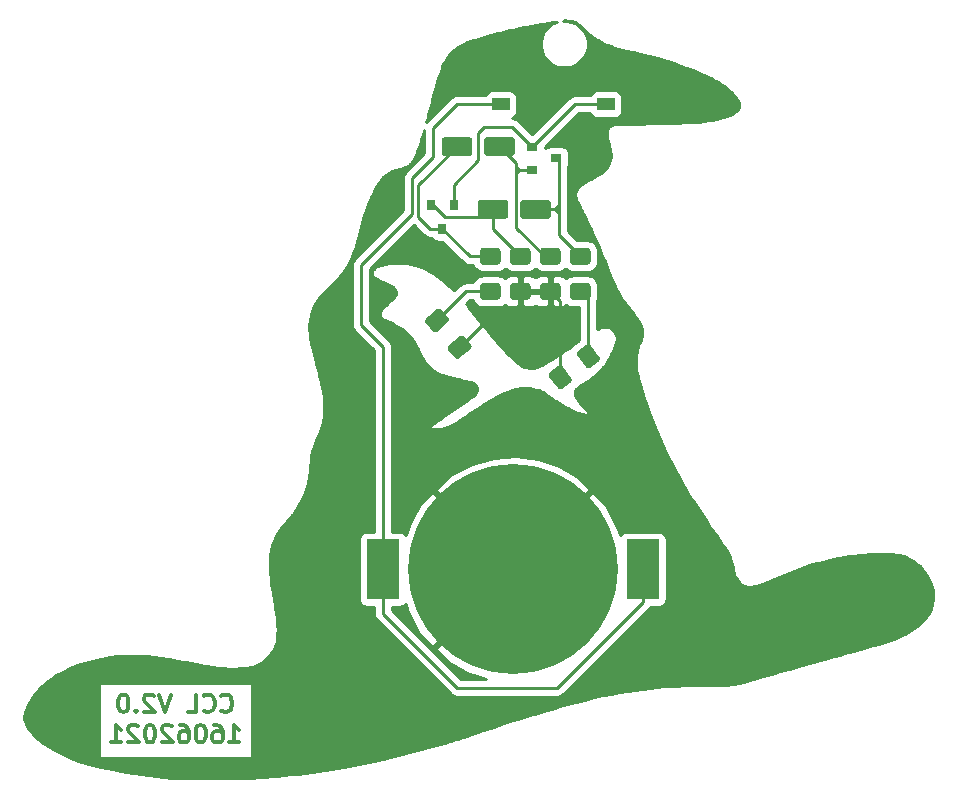
<source format=gbr>
G04 #@! TF.GenerationSoftware,KiCad,Pcbnew,(5.1.10)-1*
G04 #@! TF.CreationDate,2021-07-03T22:49:24-04:00*
G04 #@! TF.ProjectId,Sorting Hat,536f7274-696e-4672-9048-61742e6b6963,rev?*
G04 #@! TF.SameCoordinates,Original*
G04 #@! TF.FileFunction,Copper,L2,Bot*
G04 #@! TF.FilePolarity,Positive*
%FSLAX46Y46*%
G04 Gerber Fmt 4.6, Leading zero omitted, Abs format (unit mm)*
G04 Created by KiCad (PCBNEW (5.1.10)-1) date 2021-07-03 22:49:24*
%MOMM*%
%LPD*%
G01*
G04 APERTURE LIST*
G04 #@! TA.AperFunction,NonConductor*
%ADD10C,0.300000*%
G04 #@! TD*
G04 #@! TA.AperFunction,SMDPad,CuDef*
%ADD11R,0.800000X0.900000*%
G04 #@! TD*
G04 #@! TA.AperFunction,SMDPad,CuDef*
%ADD12R,1.500000X1.100000*%
G04 #@! TD*
G04 #@! TA.AperFunction,SMDPad,CuDef*
%ADD13R,2.790000X5.080000*%
G04 #@! TD*
G04 #@! TA.AperFunction,SMDPad,CuDef*
%ADD14C,17.780000*%
G04 #@! TD*
G04 #@! TA.AperFunction,SMDPad,CuDef*
%ADD15R,0.900000X0.800000*%
G04 #@! TD*
G04 #@! TA.AperFunction,Conductor*
%ADD16C,0.250000*%
G04 #@! TD*
G04 #@! TA.AperFunction,Conductor*
%ADD17C,0.254000*%
G04 #@! TD*
G04 #@! TA.AperFunction,Conductor*
%ADD18C,0.100000*%
G04 #@! TD*
G04 APERTURE END LIST*
D10*
X125812857Y-118005714D02*
X125884285Y-118077142D01*
X126098571Y-118148571D01*
X126241428Y-118148571D01*
X126455714Y-118077142D01*
X126598571Y-117934285D01*
X126670000Y-117791428D01*
X126741428Y-117505714D01*
X126741428Y-117291428D01*
X126670000Y-117005714D01*
X126598571Y-116862857D01*
X126455714Y-116720000D01*
X126241428Y-116648571D01*
X126098571Y-116648571D01*
X125884285Y-116720000D01*
X125812857Y-116791428D01*
X124312857Y-118005714D02*
X124384285Y-118077142D01*
X124598571Y-118148571D01*
X124741428Y-118148571D01*
X124955714Y-118077142D01*
X125098571Y-117934285D01*
X125170000Y-117791428D01*
X125241428Y-117505714D01*
X125241428Y-117291428D01*
X125170000Y-117005714D01*
X125098571Y-116862857D01*
X124955714Y-116720000D01*
X124741428Y-116648571D01*
X124598571Y-116648571D01*
X124384285Y-116720000D01*
X124312857Y-116791428D01*
X122955714Y-118148571D02*
X123670000Y-118148571D01*
X123670000Y-116648571D01*
X121527142Y-116648571D02*
X121027142Y-118148571D01*
X120527142Y-116648571D01*
X120098571Y-116791428D02*
X120027142Y-116720000D01*
X119884285Y-116648571D01*
X119527142Y-116648571D01*
X119384285Y-116720000D01*
X119312857Y-116791428D01*
X119241428Y-116934285D01*
X119241428Y-117077142D01*
X119312857Y-117291428D01*
X120170000Y-118148571D01*
X119241428Y-118148571D01*
X118598571Y-118005714D02*
X118527142Y-118077142D01*
X118598571Y-118148571D01*
X118670000Y-118077142D01*
X118598571Y-118005714D01*
X118598571Y-118148571D01*
X117598571Y-116648571D02*
X117455714Y-116648571D01*
X117312857Y-116720000D01*
X117241428Y-116791428D01*
X117170000Y-116934285D01*
X117098571Y-117220000D01*
X117098571Y-117577142D01*
X117170000Y-117862857D01*
X117241428Y-118005714D01*
X117312857Y-118077142D01*
X117455714Y-118148571D01*
X117598571Y-118148571D01*
X117741428Y-118077142D01*
X117812857Y-118005714D01*
X117884285Y-117862857D01*
X117955714Y-117577142D01*
X117955714Y-117220000D01*
X117884285Y-116934285D01*
X117812857Y-116791428D01*
X117741428Y-116720000D01*
X117598571Y-116648571D01*
X126491428Y-120698571D02*
X127348571Y-120698571D01*
X126920000Y-120698571D02*
X126920000Y-119198571D01*
X127062857Y-119412857D01*
X127205714Y-119555714D01*
X127348571Y-119627142D01*
X125205714Y-119198571D02*
X125491428Y-119198571D01*
X125634285Y-119270000D01*
X125705714Y-119341428D01*
X125848571Y-119555714D01*
X125920000Y-119841428D01*
X125920000Y-120412857D01*
X125848571Y-120555714D01*
X125777142Y-120627142D01*
X125634285Y-120698571D01*
X125348571Y-120698571D01*
X125205714Y-120627142D01*
X125134285Y-120555714D01*
X125062857Y-120412857D01*
X125062857Y-120055714D01*
X125134285Y-119912857D01*
X125205714Y-119841428D01*
X125348571Y-119770000D01*
X125634285Y-119770000D01*
X125777142Y-119841428D01*
X125848571Y-119912857D01*
X125920000Y-120055714D01*
X124134285Y-119198571D02*
X123991428Y-119198571D01*
X123848571Y-119270000D01*
X123777142Y-119341428D01*
X123705714Y-119484285D01*
X123634285Y-119770000D01*
X123634285Y-120127142D01*
X123705714Y-120412857D01*
X123777142Y-120555714D01*
X123848571Y-120627142D01*
X123991428Y-120698571D01*
X124134285Y-120698571D01*
X124277142Y-120627142D01*
X124348571Y-120555714D01*
X124420000Y-120412857D01*
X124491428Y-120127142D01*
X124491428Y-119770000D01*
X124420000Y-119484285D01*
X124348571Y-119341428D01*
X124277142Y-119270000D01*
X124134285Y-119198571D01*
X122348571Y-119198571D02*
X122634285Y-119198571D01*
X122777142Y-119270000D01*
X122848571Y-119341428D01*
X122991428Y-119555714D01*
X123062857Y-119841428D01*
X123062857Y-120412857D01*
X122991428Y-120555714D01*
X122920000Y-120627142D01*
X122777142Y-120698571D01*
X122491428Y-120698571D01*
X122348571Y-120627142D01*
X122277142Y-120555714D01*
X122205714Y-120412857D01*
X122205714Y-120055714D01*
X122277142Y-119912857D01*
X122348571Y-119841428D01*
X122491428Y-119770000D01*
X122777142Y-119770000D01*
X122920000Y-119841428D01*
X122991428Y-119912857D01*
X123062857Y-120055714D01*
X121634285Y-119341428D02*
X121562857Y-119270000D01*
X121420000Y-119198571D01*
X121062857Y-119198571D01*
X120920000Y-119270000D01*
X120848571Y-119341428D01*
X120777142Y-119484285D01*
X120777142Y-119627142D01*
X120848571Y-119841428D01*
X121705714Y-120698571D01*
X120777142Y-120698571D01*
X119848571Y-119198571D02*
X119705714Y-119198571D01*
X119562857Y-119270000D01*
X119491428Y-119341428D01*
X119420000Y-119484285D01*
X119348571Y-119770000D01*
X119348571Y-120127142D01*
X119420000Y-120412857D01*
X119491428Y-120555714D01*
X119562857Y-120627142D01*
X119705714Y-120698571D01*
X119848571Y-120698571D01*
X119991428Y-120627142D01*
X120062857Y-120555714D01*
X120134285Y-120412857D01*
X120205714Y-120127142D01*
X120205714Y-119770000D01*
X120134285Y-119484285D01*
X120062857Y-119341428D01*
X119991428Y-119270000D01*
X119848571Y-119198571D01*
X118777142Y-119341428D02*
X118705714Y-119270000D01*
X118562857Y-119198571D01*
X118205714Y-119198571D01*
X118062857Y-119270000D01*
X117991428Y-119341428D01*
X117920000Y-119484285D01*
X117920000Y-119627142D01*
X117991428Y-119841428D01*
X118848571Y-120698571D01*
X117920000Y-120698571D01*
X116491428Y-120698571D02*
X117348571Y-120698571D01*
X116920000Y-120698571D02*
X116920000Y-119198571D01*
X117062857Y-119412857D01*
X117205714Y-119555714D01*
X117348571Y-119627142D01*
D11*
G04 #@! TO.P,Q1,1*
G04 #@! TO.N,Net-(C2-Pad2)*
X143576000Y-75200000D03*
G04 #@! TO.P,Q1,2*
G04 #@! TO.N,Net-(Q1-Pad2)*
X145476000Y-75200000D03*
G04 #@! TO.P,Q1,3*
G04 #@! TO.N,Net-(C1-Pad1)*
X144526000Y-77200000D03*
G04 #@! TD*
D12*
G04 #@! TO.P,SW1,1*
G04 #@! TO.N,Net-(BT1-Pad1)*
X149473999Y-66675000D03*
G04 #@! TO.P,SW1,2*
G04 #@! TO.N,Net-(Q1-Pad2)*
X158374001Y-66675000D03*
G04 #@! TD*
D13*
G04 #@! TO.P,BT1,1*
G04 #@! TO.N,Net-(BT1-Pad1)*
X139510000Y-106045000D03*
X161480000Y-106045000D03*
D14*
G04 #@! TO.P,BT1,2*
G04 #@! TO.N,GND*
X150495000Y-106045000D03*
G04 #@! TD*
G04 #@! TO.P,C1,1*
G04 #@! TO.N,Net-(C1-Pad1)*
G04 #@! TA.AperFunction,SMDPad,CuDef*
G36*
G01*
X144474000Y-70797000D02*
X144474000Y-69697000D01*
G75*
G02*
X144724000Y-69447000I250000J0D01*
G01*
X146824000Y-69447000D01*
G75*
G02*
X147074000Y-69697000I0J-250000D01*
G01*
X147074000Y-70797000D01*
G75*
G02*
X146824000Y-71047000I-250000J0D01*
G01*
X144724000Y-71047000D01*
G75*
G02*
X144474000Y-70797000I0J250000D01*
G01*
G37*
G04 #@! TD.AperFunction*
G04 #@! TO.P,C1,2*
G04 #@! TO.N,Net-(C1-Pad2)*
G04 #@! TA.AperFunction,SMDPad,CuDef*
G36*
G01*
X148074000Y-70797000D02*
X148074000Y-69697000D01*
G75*
G02*
X148324000Y-69447000I250000J0D01*
G01*
X150424000Y-69447000D01*
G75*
G02*
X150674000Y-69697000I0J-250000D01*
G01*
X150674000Y-70797000D01*
G75*
G02*
X150424000Y-71047000I-250000J0D01*
G01*
X148324000Y-71047000D01*
G75*
G02*
X148074000Y-70797000I0J250000D01*
G01*
G37*
G04 #@! TD.AperFunction*
G04 #@! TD*
G04 #@! TO.P,C2,2*
G04 #@! TO.N,Net-(C2-Pad2)*
G04 #@! TA.AperFunction,SMDPad,CuDef*
G36*
G01*
X150122000Y-75015000D02*
X150122000Y-76115000D01*
G75*
G02*
X149872000Y-76365000I-250000J0D01*
G01*
X147772000Y-76365000D01*
G75*
G02*
X147522000Y-76115000I0J250000D01*
G01*
X147522000Y-75015000D01*
G75*
G02*
X147772000Y-74765000I250000J0D01*
G01*
X149872000Y-74765000D01*
G75*
G02*
X150122000Y-75015000I0J-250000D01*
G01*
G37*
G04 #@! TD.AperFunction*
G04 #@! TO.P,C2,1*
G04 #@! TO.N,Net-(C2-Pad1)*
G04 #@! TA.AperFunction,SMDPad,CuDef*
G36*
G01*
X153722000Y-75015000D02*
X153722000Y-76115000D01*
G75*
G02*
X153472000Y-76365000I-250000J0D01*
G01*
X151372000Y-76365000D01*
G75*
G02*
X151122000Y-76115000I0J250000D01*
G01*
X151122000Y-75015000D01*
G75*
G02*
X151372000Y-74765000I250000J0D01*
G01*
X153472000Y-74765000D01*
G75*
G02*
X153722000Y-75015000I0J-250000D01*
G01*
G37*
G04 #@! TD.AperFunction*
G04 #@! TD*
G04 #@! TO.P,D1,1*
G04 #@! TO.N,GND*
G04 #@! TA.AperFunction,SMDPad,CuDef*
G36*
G01*
X146926911Y-87389555D02*
X145969355Y-88193040D01*
G75*
G02*
X145617147Y-88162226I-160697J191511D01*
G01*
X145022569Y-87453635D01*
G75*
G02*
X145053383Y-87101427I191511J160697D01*
G01*
X146010939Y-86297942D01*
G75*
G02*
X146363147Y-86328756I160697J-191511D01*
G01*
X146957725Y-87037347D01*
G75*
G02*
X146926911Y-87389555I-191511J-160697D01*
G01*
G37*
G04 #@! TD.AperFunction*
G04 #@! TO.P,D1,2*
G04 #@! TO.N,Net-(D1-Pad2)*
G04 #@! TA.AperFunction,SMDPad,CuDef*
G36*
G01*
X145014617Y-85110573D02*
X144057061Y-85914058D01*
G75*
G02*
X143704853Y-85883244I-160697J191511D01*
G01*
X143110275Y-85174653D01*
G75*
G02*
X143141089Y-84822445I191511J160697D01*
G01*
X144098645Y-84018960D01*
G75*
G02*
X144450853Y-84049774I160697J-191511D01*
G01*
X145045431Y-84758365D01*
G75*
G02*
X145014617Y-85110573I-191511J-160697D01*
G01*
G37*
G04 #@! TD.AperFunction*
G04 #@! TD*
G04 #@! TO.P,D2,2*
G04 #@! TO.N,Net-(D2-Pad2)*
G04 #@! TA.AperFunction,SMDPad,CuDef*
G36*
G01*
X156697076Y-88932741D02*
X155944808Y-87934446D01*
G75*
G02*
X155994013Y-87584333I199659J150454D01*
G01*
X156732751Y-87027654D01*
G75*
G02*
X157082864Y-87076859I150454J-199659D01*
G01*
X157835132Y-88075154D01*
G75*
G02*
X157785927Y-88425267I-199659J-150454D01*
G01*
X157047189Y-88981946D01*
G75*
G02*
X156697076Y-88932741I-150454J199659D01*
G01*
G37*
G04 #@! TD.AperFunction*
G04 #@! TO.P,D2,1*
G04 #@! TO.N,GND*
G04 #@! TA.AperFunction,SMDPad,CuDef*
G36*
G01*
X154321136Y-90723141D02*
X153568868Y-89724846D01*
G75*
G02*
X153618073Y-89374733I199659J150454D01*
G01*
X154356811Y-88818054D01*
G75*
G02*
X154706924Y-88867259I150454J-199659D01*
G01*
X155459192Y-89865554D01*
G75*
G02*
X155409987Y-90215667I-199659J-150454D01*
G01*
X154671249Y-90772346D01*
G75*
G02*
X154321136Y-90723141I-150454J199659D01*
G01*
G37*
G04 #@! TD.AperFunction*
G04 #@! TD*
D15*
G04 #@! TO.P,Q2,1*
G04 #@! TO.N,Net-(C1-Pad2)*
X152146000Y-72197000D03*
G04 #@! TO.P,Q2,2*
G04 #@! TO.N,Net-(Q1-Pad2)*
X152146000Y-70297000D03*
G04 #@! TO.P,Q2,3*
G04 #@! TO.N,Net-(C2-Pad1)*
X154146000Y-71247000D03*
G04 #@! TD*
G04 #@! TO.P,R1,1*
G04 #@! TO.N,Net-(C2-Pad2)*
G04 #@! TA.AperFunction,SMDPad,CuDef*
G36*
G01*
X150505000Y-78826000D02*
X151755000Y-78826000D01*
G75*
G02*
X152005000Y-79076000I0J-250000D01*
G01*
X152005000Y-80001000D01*
G75*
G02*
X151755000Y-80251000I-250000J0D01*
G01*
X150505000Y-80251000D01*
G75*
G02*
X150255000Y-80001000I0J250000D01*
G01*
X150255000Y-79076000D01*
G75*
G02*
X150505000Y-78826000I250000J0D01*
G01*
G37*
G04 #@! TD.AperFunction*
G04 #@! TO.P,R1,2*
G04 #@! TO.N,GND*
G04 #@! TA.AperFunction,SMDPad,CuDef*
G36*
G01*
X150505000Y-81801000D02*
X151755000Y-81801000D01*
G75*
G02*
X152005000Y-82051000I0J-250000D01*
G01*
X152005000Y-82976000D01*
G75*
G02*
X151755000Y-83226000I-250000J0D01*
G01*
X150505000Y-83226000D01*
G75*
G02*
X150255000Y-82976000I0J250000D01*
G01*
X150255000Y-82051000D01*
G75*
G02*
X150505000Y-81801000I250000J0D01*
G01*
G37*
G04 #@! TD.AperFunction*
G04 #@! TD*
G04 #@! TO.P,R2,2*
G04 #@! TO.N,GND*
G04 #@! TA.AperFunction,SMDPad,CuDef*
G36*
G01*
X153045000Y-81801000D02*
X154295000Y-81801000D01*
G75*
G02*
X154545000Y-82051000I0J-250000D01*
G01*
X154545000Y-82976000D01*
G75*
G02*
X154295000Y-83226000I-250000J0D01*
G01*
X153045000Y-83226000D01*
G75*
G02*
X152795000Y-82976000I0J250000D01*
G01*
X152795000Y-82051000D01*
G75*
G02*
X153045000Y-81801000I250000J0D01*
G01*
G37*
G04 #@! TD.AperFunction*
G04 #@! TO.P,R2,1*
G04 #@! TO.N,Net-(C1-Pad2)*
G04 #@! TA.AperFunction,SMDPad,CuDef*
G36*
G01*
X153045000Y-78826000D02*
X154295000Y-78826000D01*
G75*
G02*
X154545000Y-79076000I0J-250000D01*
G01*
X154545000Y-80001000D01*
G75*
G02*
X154295000Y-80251000I-250000J0D01*
G01*
X153045000Y-80251000D01*
G75*
G02*
X152795000Y-80001000I0J250000D01*
G01*
X152795000Y-79076000D01*
G75*
G02*
X153045000Y-78826000I250000J0D01*
G01*
G37*
G04 #@! TD.AperFunction*
G04 #@! TD*
G04 #@! TO.P,R3,1*
G04 #@! TO.N,Net-(C1-Pad1)*
G04 #@! TA.AperFunction,SMDPad,CuDef*
G36*
G01*
X147965000Y-78826000D02*
X149215000Y-78826000D01*
G75*
G02*
X149465000Y-79076000I0J-250000D01*
G01*
X149465000Y-80001000D01*
G75*
G02*
X149215000Y-80251000I-250000J0D01*
G01*
X147965000Y-80251000D01*
G75*
G02*
X147715000Y-80001000I0J250000D01*
G01*
X147715000Y-79076000D01*
G75*
G02*
X147965000Y-78826000I250000J0D01*
G01*
G37*
G04 #@! TD.AperFunction*
G04 #@! TO.P,R3,2*
G04 #@! TO.N,Net-(D1-Pad2)*
G04 #@! TA.AperFunction,SMDPad,CuDef*
G36*
G01*
X147965000Y-81801000D02*
X149215000Y-81801000D01*
G75*
G02*
X149465000Y-82051000I0J-250000D01*
G01*
X149465000Y-82976000D01*
G75*
G02*
X149215000Y-83226000I-250000J0D01*
G01*
X147965000Y-83226000D01*
G75*
G02*
X147715000Y-82976000I0J250000D01*
G01*
X147715000Y-82051000D01*
G75*
G02*
X147965000Y-81801000I250000J0D01*
G01*
G37*
G04 #@! TD.AperFunction*
G04 #@! TD*
G04 #@! TO.P,R4,2*
G04 #@! TO.N,Net-(D2-Pad2)*
G04 #@! TA.AperFunction,SMDPad,CuDef*
G36*
G01*
X155585000Y-81801000D02*
X156835000Y-81801000D01*
G75*
G02*
X157085000Y-82051000I0J-250000D01*
G01*
X157085000Y-82976000D01*
G75*
G02*
X156835000Y-83226000I-250000J0D01*
G01*
X155585000Y-83226000D01*
G75*
G02*
X155335000Y-82976000I0J250000D01*
G01*
X155335000Y-82051000D01*
G75*
G02*
X155585000Y-81801000I250000J0D01*
G01*
G37*
G04 #@! TD.AperFunction*
G04 #@! TO.P,R4,1*
G04 #@! TO.N,Net-(C2-Pad1)*
G04 #@! TA.AperFunction,SMDPad,CuDef*
G36*
G01*
X155585000Y-78826000D02*
X156835000Y-78826000D01*
G75*
G02*
X157085000Y-79076000I0J-250000D01*
G01*
X157085000Y-80001000D01*
G75*
G02*
X156835000Y-80251000I-250000J0D01*
G01*
X155585000Y-80251000D01*
G75*
G02*
X155335000Y-80001000I0J250000D01*
G01*
X155335000Y-79076000D01*
G75*
G02*
X155585000Y-78826000I250000J0D01*
G01*
G37*
G04 #@! TD.AperFunction*
G04 #@! TD*
D16*
G04 #@! TO.N,Net-(C1-Pad1)*
X146864500Y-79538500D02*
X144526000Y-77200000D01*
X148590000Y-79538500D02*
X146864500Y-79538500D01*
X144526000Y-77200000D02*
X143494000Y-77200000D01*
X143494000Y-77200000D02*
X142494000Y-76200000D01*
X142494000Y-73527000D02*
X145774000Y-70247000D01*
X142494000Y-76200000D02*
X142494000Y-73527000D01*
G04 #@! TO.N,Net-(C1-Pad2)*
X153670000Y-79538500D02*
X153198500Y-79538500D01*
X150796990Y-71669990D02*
X149374000Y-70247000D01*
X153198500Y-79538500D02*
X150796990Y-77136990D01*
X150815000Y-72197000D02*
X150796990Y-72215010D01*
X151032980Y-72197000D02*
X150796990Y-71961010D01*
X151069000Y-72197000D02*
X151032980Y-72197000D01*
X150796990Y-71961010D02*
X150796990Y-71669990D01*
X150796990Y-72215010D02*
X150796990Y-71961010D01*
X152146000Y-72197000D02*
X151069000Y-72197000D01*
X151069000Y-72197000D02*
X150815000Y-72197000D01*
X151069000Y-72197000D02*
X150796990Y-72469010D01*
X150796990Y-72469010D02*
X150796990Y-72215010D01*
X150796990Y-77136990D02*
X150796990Y-72469010D01*
G04 #@! TO.N,Net-(C2-Pad2)*
X148822000Y-77230500D02*
X151130000Y-79538500D01*
X148822000Y-75565000D02*
X148822000Y-77230500D01*
X143576000Y-75200000D02*
X143780000Y-75200000D01*
X143780000Y-75200000D02*
X144780000Y-76200000D01*
X148187000Y-76200000D02*
X148822000Y-75565000D01*
X144780000Y-76200000D02*
X148187000Y-76200000D01*
G04 #@! TO.N,Net-(C2-Pad1)*
X156210000Y-79538500D02*
X156210000Y-79502000D01*
X156210000Y-79502000D02*
X154432000Y-77724000D01*
X154432000Y-71533000D02*
X154146000Y-71247000D01*
X154305000Y-75565000D02*
X154432000Y-75692000D01*
X154051000Y-75565000D02*
X154432000Y-75184000D01*
X154432000Y-75184000D02*
X154432000Y-71533000D01*
X154432000Y-75692000D02*
X154432000Y-75184000D01*
X152422000Y-75565000D02*
X154051000Y-75565000D01*
X154051000Y-75565000D02*
X154305000Y-75565000D01*
X154051000Y-75565000D02*
X154432000Y-75946000D01*
X154432000Y-75946000D02*
X154432000Y-75692000D01*
X154432000Y-77724000D02*
X154432000Y-75946000D01*
G04 #@! TO.N,GND*
X145990147Y-87245491D02*
X148653638Y-84582000D01*
X148653638Y-84582000D02*
X150368000Y-84582000D01*
X151130000Y-83820000D02*
X151130000Y-82513500D01*
X150368000Y-84582000D02*
X151130000Y-83820000D01*
X154514030Y-83357530D02*
X153670000Y-82513500D01*
X154514030Y-89795200D02*
X154514030Y-83357530D01*
G04 #@! TO.N,Net-(D1-Pad2)*
X146530862Y-82513500D02*
X144077853Y-84966509D01*
X148590000Y-82513500D02*
X146530862Y-82513500D01*
G04 #@! TO.N,Net-(D2-Pad2)*
X156889970Y-83193470D02*
X156210000Y-82513500D01*
X156889970Y-88004800D02*
X156889970Y-83193470D01*
G04 #@! TO.N,Net-(Q1-Pad2)*
X150429000Y-68580000D02*
X152146000Y-70297000D01*
X148082000Y-68580000D02*
X150429000Y-68580000D01*
X147574000Y-69088000D02*
X148082000Y-68580000D01*
X147574000Y-71374000D02*
X147574000Y-69088000D01*
X145476000Y-73472000D02*
X147574000Y-71374000D01*
X145476000Y-75200000D02*
X145476000Y-73472000D01*
X155768000Y-66675000D02*
X152146000Y-70297000D01*
X158374001Y-66675000D02*
X155768000Y-66675000D01*
G04 #@! TO.N,Net-(BT1-Pad1)*
X139510000Y-106045000D02*
X139510000Y-109792000D01*
X139510000Y-109792000D02*
X145796000Y-116078000D01*
X154237000Y-116078000D02*
X161480000Y-108835000D01*
X161480000Y-108835000D02*
X161480000Y-106045000D01*
X145796000Y-116078000D02*
X154237000Y-116078000D01*
X145755000Y-66675000D02*
X149473999Y-66675000D01*
X143764000Y-71120000D02*
X143764000Y-68666000D01*
X141986000Y-72898000D02*
X143764000Y-71120000D01*
X141986000Y-75946000D02*
X141986000Y-72898000D01*
X137668000Y-80264000D02*
X141986000Y-75946000D01*
X137668000Y-85344000D02*
X137668000Y-80264000D01*
X143764000Y-68666000D02*
X145755000Y-66675000D01*
X139510000Y-87186000D02*
X137668000Y-85344000D01*
X139510000Y-106045000D02*
X139510000Y-87186000D01*
G04 #@! TD*
D17*
G04 #@! TO.N,GND*
X155141775Y-59576632D02*
X155354429Y-59610437D01*
X155522484Y-59655540D01*
X155734928Y-59736035D01*
X155932074Y-59840592D01*
X156122600Y-59974588D01*
X156314337Y-60144162D01*
X156441318Y-60274701D01*
X156442960Y-60276359D01*
X156699985Y-60531054D01*
X156707188Y-60537662D01*
X156997958Y-60784498D01*
X157004851Y-60789950D01*
X157320804Y-61022571D01*
X157327824Y-61027385D01*
X157660399Y-61239434D01*
X157667550Y-61243671D01*
X157967697Y-61408480D01*
X157973521Y-61411485D01*
X158238107Y-61539469D01*
X158242717Y-61541586D01*
X158512623Y-61659085D01*
X158517428Y-61661061D01*
X158797709Y-61769669D01*
X158802434Y-61771393D01*
X159098145Y-61872705D01*
X159102549Y-61874125D01*
X159418743Y-61969735D01*
X159422652Y-61970849D01*
X159764384Y-62062352D01*
X159767710Y-62063195D01*
X160140034Y-62152185D01*
X160142758Y-62152804D01*
X160550728Y-62240875D01*
X160552216Y-62241187D01*
X160690266Y-62269263D01*
X161580324Y-62461445D01*
X162442104Y-62675681D01*
X163284942Y-62914786D01*
X164117137Y-63181363D01*
X164947103Y-63478068D01*
X165783363Y-63807628D01*
X166401680Y-64070095D01*
X166714211Y-64208932D01*
X166992072Y-64337694D01*
X167240465Y-64459283D01*
X167465250Y-64576882D01*
X167672284Y-64693679D01*
X167867601Y-64812982D01*
X168057167Y-64938112D01*
X168247310Y-65072690D01*
X168356825Y-65153899D01*
X168556445Y-65309925D01*
X168751172Y-65473109D01*
X168936057Y-65638660D01*
X169105696Y-65801377D01*
X169254497Y-65955787D01*
X169376662Y-66095981D01*
X169466530Y-66215628D01*
X169573459Y-66399192D01*
X169640439Y-66568418D01*
X169670147Y-66722545D01*
X169665606Y-66861932D01*
X169628784Y-66989627D01*
X169558469Y-67109567D01*
X169448386Y-67226213D01*
X169410777Y-67256921D01*
X169263255Y-67355724D01*
X169077008Y-67455419D01*
X168854802Y-67554751D01*
X168601811Y-67651531D01*
X168322794Y-67744024D01*
X168022387Y-67830668D01*
X167705155Y-67909984D01*
X167375552Y-67980567D01*
X167037791Y-68041077D01*
X166754792Y-68082622D01*
X166644278Y-68096926D01*
X166536726Y-68110173D01*
X166431175Y-68122289D01*
X166324521Y-68133467D01*
X166214397Y-68143814D01*
X166098196Y-68153455D01*
X165973477Y-68162500D01*
X165837529Y-68171077D01*
X165688044Y-68179286D01*
X165522358Y-68187245D01*
X165338227Y-68195056D01*
X165132963Y-68202839D01*
X164904549Y-68210690D01*
X164649725Y-68218749D01*
X164366753Y-68227104D01*
X164366753Y-68227105D01*
X164053066Y-68235874D01*
X163706028Y-68245175D01*
X163323160Y-68255122D01*
X162902059Y-68265826D01*
X162599145Y-68273433D01*
X162599110Y-68273434D01*
X162239909Y-68282552D01*
X162239818Y-68282554D01*
X161886898Y-68291767D01*
X161886807Y-68291770D01*
X161542897Y-68300993D01*
X161542805Y-68300995D01*
X161210638Y-68310146D01*
X161210541Y-68310149D01*
X160892845Y-68319142D01*
X160892741Y-68319145D01*
X160592248Y-68327898D01*
X160592132Y-68327901D01*
X160311572Y-68336330D01*
X160311438Y-68336334D01*
X160053542Y-68344355D01*
X160053380Y-68344361D01*
X159820878Y-68351890D01*
X159820669Y-68351896D01*
X159616292Y-68358850D01*
X159616007Y-68358860D01*
X159442485Y-68365155D01*
X159442053Y-68365172D01*
X159302117Y-68370725D01*
X159301367Y-68370757D01*
X159197747Y-68375483D01*
X159196041Y-68375572D01*
X159131468Y-68379388D01*
X159128719Y-68379581D01*
X159120759Y-68380225D01*
X159112929Y-68381103D01*
X158933319Y-68406923D01*
X158913924Y-68411283D01*
X158771066Y-68455390D01*
X158743562Y-68467615D01*
X158635041Y-68532226D01*
X158615001Y-68546997D01*
X158604531Y-68557608D01*
X158527933Y-68644943D01*
X158513431Y-68665179D01*
X158506296Y-68679566D01*
X158459208Y-68791842D01*
X158450611Y-68822934D01*
X158430618Y-68962369D01*
X158429355Y-68978001D01*
X158428310Y-69033431D01*
X158428314Y-69038432D01*
X158429840Y-69112767D01*
X158430027Y-69117524D01*
X158434163Y-69188738D01*
X158434652Y-69194717D01*
X158442460Y-69268624D01*
X158443203Y-69274391D01*
X158455747Y-69356805D01*
X158456524Y-69361353D01*
X158474865Y-69458086D01*
X158475496Y-69461200D01*
X158500698Y-69578068D01*
X158501128Y-69579990D01*
X158534252Y-69722804D01*
X158534509Y-69723890D01*
X158576618Y-69898464D01*
X158576732Y-69898931D01*
X158605790Y-70017425D01*
X158665952Y-70269499D01*
X158713085Y-70484968D01*
X158747971Y-70668394D01*
X158771466Y-70824363D01*
X158784481Y-70957267D01*
X158788093Y-71072512D01*
X158785096Y-71150578D01*
X158747990Y-71401583D01*
X158675187Y-71637303D01*
X158567937Y-71857155D01*
X158426733Y-72059383D01*
X158322625Y-72174005D01*
X158233539Y-72255085D01*
X158118037Y-72345783D01*
X157973856Y-72446964D01*
X157798843Y-72559691D01*
X157590968Y-72685109D01*
X157347981Y-72824590D01*
X157090426Y-72967128D01*
X156894128Y-73075197D01*
X156892848Y-73075911D01*
X156729100Y-73168538D01*
X156727047Y-73169724D01*
X156590988Y-73250077D01*
X156587947Y-73251932D01*
X156474475Y-73323312D01*
X156470358Y-73326014D01*
X156374372Y-73391722D01*
X156369421Y-73395289D01*
X156285818Y-73458626D01*
X156280708Y-73462709D01*
X156204387Y-73526974D01*
X156200526Y-73530360D01*
X156147108Y-73579164D01*
X156141265Y-73584857D01*
X156015178Y-73715865D01*
X156003817Y-73729452D01*
X155913379Y-73854356D01*
X155901124Y-73875208D01*
X155842064Y-74001988D01*
X155833522Y-74026696D01*
X155801566Y-74163337D01*
X155798851Y-74179709D01*
X155792105Y-74247644D01*
X155791563Y-74255688D01*
X155788454Y-74343272D01*
X155788487Y-74353126D01*
X155792008Y-74436645D01*
X155793133Y-74448988D01*
X155804990Y-74533273D01*
X155807362Y-74545645D01*
X155829263Y-74635531D01*
X155832247Y-74645856D01*
X155865899Y-74746177D01*
X155868698Y-74753721D01*
X155915808Y-74869308D01*
X155917991Y-74874349D01*
X155980266Y-75010038D01*
X155981769Y-75013198D01*
X156060916Y-75173822D01*
X156061852Y-75175683D01*
X156159579Y-75366075D01*
X156159992Y-75366872D01*
X156209467Y-75461604D01*
X156329392Y-75692605D01*
X156448727Y-75927167D01*
X156568621Y-76167826D01*
X156690255Y-76417185D01*
X156814841Y-76677914D01*
X156943651Y-76952819D01*
X157077559Y-77243850D01*
X157217987Y-77554144D01*
X157366088Y-77886252D01*
X157522769Y-78242176D01*
X157689451Y-78625069D01*
X157867094Y-79037033D01*
X158057038Y-79481054D01*
X158260443Y-79959700D01*
X158468114Y-80450981D01*
X158567886Y-80687293D01*
X158567920Y-80687375D01*
X158666206Y-80919710D01*
X158666241Y-80919792D01*
X158761272Y-81143996D01*
X158761308Y-81144081D01*
X158851314Y-81355998D01*
X158851355Y-81356094D01*
X158934567Y-81551569D01*
X158934616Y-81551684D01*
X159009264Y-81726563D01*
X159009329Y-81726716D01*
X159073643Y-81876843D01*
X159073741Y-81877071D01*
X159125952Y-81998291D01*
X159126128Y-81998698D01*
X159164465Y-82086857D01*
X159164729Y-82087459D01*
X159176617Y-82114414D01*
X159178616Y-82118727D01*
X159404368Y-82582748D01*
X159408202Y-82590019D01*
X159671083Y-83051786D01*
X159675096Y-83058363D01*
X159970207Y-83510557D01*
X159974510Y-83516741D01*
X160296951Y-83952043D01*
X160301706Y-83958073D01*
X160646577Y-84369165D01*
X160650274Y-84373379D01*
X160790723Y-84526529D01*
X160967921Y-84725938D01*
X161107919Y-84909462D01*
X161216779Y-85086057D01*
X161299519Y-85263996D01*
X161360854Y-85452549D01*
X161404771Y-85662051D01*
X161422099Y-85786235D01*
X161434057Y-85942912D01*
X161431188Y-86095157D01*
X161412405Y-86252915D01*
X161375948Y-86424771D01*
X161319863Y-86618539D01*
X161242214Y-86841811D01*
X161215400Y-86913134D01*
X161214707Y-86915024D01*
X161121565Y-87175220D01*
X161119469Y-87181603D01*
X161047288Y-87422737D01*
X161045136Y-87430906D01*
X160991881Y-87664323D01*
X160990167Y-87673316D01*
X160953803Y-87910364D01*
X160952795Y-87918824D01*
X160931290Y-88170851D01*
X160930892Y-88177689D01*
X160922211Y-88456041D01*
X160922150Y-88459429D01*
X160921742Y-88550179D01*
X160921743Y-88551475D01*
X160922676Y-88714958D01*
X160922706Y-88717100D01*
X160925972Y-88861748D01*
X160926102Y-88865294D01*
X160932765Y-88997070D01*
X160933104Y-89001927D01*
X160944229Y-89126797D01*
X160944859Y-89132438D01*
X160961509Y-89256367D01*
X160962392Y-89261982D01*
X160985633Y-89390935D01*
X160986605Y-89395788D01*
X161017500Y-89535730D01*
X161018378Y-89539441D01*
X161057992Y-89696337D01*
X161058665Y-89698889D01*
X161108062Y-89878704D01*
X161108507Y-89880284D01*
X161168750Y-90088982D01*
X161168993Y-90089814D01*
X161234743Y-90311887D01*
X161235418Y-90314091D01*
X161610148Y-91500245D01*
X161611434Y-91504101D01*
X162026192Y-92684095D01*
X162027576Y-92687844D01*
X162480856Y-93858324D01*
X162482343Y-93861991D01*
X162972637Y-95019604D01*
X162974231Y-95023212D01*
X163500035Y-96164603D01*
X163501747Y-96168172D01*
X164061552Y-97289987D01*
X164063394Y-97293537D01*
X164655695Y-98392423D01*
X164657684Y-98395975D01*
X165280974Y-99468577D01*
X165282447Y-99471047D01*
X165531235Y-99877695D01*
X165531946Y-99878844D01*
X165845598Y-100379469D01*
X165846153Y-100380347D01*
X166166086Y-100881828D01*
X166166631Y-100882675D01*
X166489382Y-101379835D01*
X166489933Y-101380677D01*
X166812039Y-101868339D01*
X166812615Y-101869203D01*
X167130613Y-102342191D01*
X167131236Y-102343108D01*
X167441664Y-102796246D01*
X167442361Y-102797254D01*
X167741756Y-103225363D01*
X167742571Y-103226514D01*
X168027472Y-103624419D01*
X168028157Y-103625366D01*
X168145031Y-103785463D01*
X168235716Y-103910122D01*
X168325529Y-104035781D01*
X168408970Y-104154578D01*
X168479867Y-104257689D01*
X168532402Y-104336775D01*
X168539238Y-104347492D01*
X168721036Y-104672084D01*
X168875858Y-105025419D01*
X169004108Y-105408104D01*
X169105326Y-105820296D01*
X169176841Y-106133645D01*
X169178614Y-106140522D01*
X169257718Y-106415294D01*
X169260654Y-106424234D01*
X169348525Y-106661691D01*
X169353334Y-106672978D01*
X169451389Y-106875419D01*
X169459014Y-106888976D01*
X169568669Y-107058702D01*
X169580028Y-107073713D01*
X169702699Y-107213022D01*
X169718016Y-107227730D01*
X169855120Y-107338923D01*
X169873217Y-107351179D01*
X170026170Y-107436556D01*
X170041791Y-107443930D01*
X170154887Y-107488185D01*
X170169501Y-107492906D01*
X170284610Y-107522542D01*
X170303472Y-107525906D01*
X170424908Y-107538211D01*
X170442943Y-107538750D01*
X170577511Y-107533202D01*
X170591716Y-107531814D01*
X170746223Y-107507885D01*
X170755993Y-107505977D01*
X170937245Y-107463145D01*
X170942353Y-107461825D01*
X171060981Y-107428534D01*
X171065289Y-107427243D01*
X171834211Y-107181775D01*
X171840103Y-107179733D01*
X172583846Y-106901384D01*
X172589605Y-106899066D01*
X173267690Y-106606761D01*
X173267811Y-106606709D01*
X174112602Y-106241503D01*
X174970449Y-105916373D01*
X175843214Y-105630408D01*
X176730118Y-105383830D01*
X177630467Y-105176852D01*
X178544184Y-105009578D01*
X178981663Y-104944271D01*
X179399264Y-104890507D01*
X179804501Y-104847085D01*
X180208625Y-104813160D01*
X180622866Y-104787898D01*
X181058912Y-104770456D01*
X181453420Y-104761217D01*
X181805064Y-104757180D01*
X182118333Y-104758036D01*
X182397135Y-104764399D01*
X182645688Y-104776864D01*
X182868118Y-104795981D01*
X183068694Y-104822273D01*
X183251880Y-104856268D01*
X183422365Y-104898566D01*
X183584946Y-104949891D01*
X183744523Y-105011146D01*
X183905904Y-105083349D01*
X184051270Y-105155872D01*
X184367404Y-105340760D01*
X184660022Y-105552851D01*
X184929537Y-105790343D01*
X185174417Y-106050264D01*
X185393140Y-106329612D01*
X185584190Y-106625345D01*
X185746071Y-106934391D01*
X185877312Y-107253630D01*
X185976507Y-107579984D01*
X186042289Y-107910356D01*
X186073340Y-108241678D01*
X186068395Y-108570975D01*
X186026009Y-108896885D01*
X185982841Y-109085648D01*
X185895071Y-109358698D01*
X185781138Y-109616979D01*
X185638202Y-109865260D01*
X185463328Y-110107510D01*
X185253500Y-110347348D01*
X185005766Y-110588107D01*
X184725522Y-110826367D01*
X184479997Y-111015376D01*
X184231929Y-111189294D01*
X183977122Y-111350106D01*
X183710820Y-111500156D01*
X183428270Y-111641715D01*
X183124752Y-111776971D01*
X182795564Y-111908079D01*
X182436142Y-112037122D01*
X182041935Y-112166183D01*
X181690207Y-112273297D01*
X181621769Y-112293246D01*
X181514855Y-112323997D01*
X181372061Y-112364812D01*
X181196251Y-112414879D01*
X181196251Y-112414880D01*
X180990306Y-112473383D01*
X180756614Y-112539649D01*
X180497880Y-112612909D01*
X180216696Y-112692432D01*
X179915753Y-112777457D01*
X179597663Y-112867243D01*
X179264990Y-112961065D01*
X178920388Y-113058173D01*
X178566477Y-113157826D01*
X178566477Y-113157825D01*
X178205852Y-113259286D01*
X178205852Y-113259287D01*
X178146618Y-113275945D01*
X178146613Y-113275946D01*
X177744374Y-113389084D01*
X177744360Y-113389088D01*
X177322792Y-113507716D01*
X177322779Y-113507720D01*
X176886816Y-113630447D01*
X176886805Y-113630450D01*
X176441381Y-113755885D01*
X176441370Y-113755888D01*
X175991419Y-113882641D01*
X175991409Y-113882644D01*
X175541866Y-114009323D01*
X175541855Y-114009326D01*
X175097653Y-114134540D01*
X175097642Y-114134543D01*
X174663715Y-114256903D01*
X174663704Y-114256906D01*
X174244988Y-114375019D01*
X174244975Y-114375022D01*
X173846403Y-114487497D01*
X173846388Y-114487502D01*
X173472893Y-114592950D01*
X173472876Y-114592955D01*
X173129394Y-114689983D01*
X173129371Y-114689989D01*
X172820836Y-114777208D01*
X172820820Y-114777213D01*
X172770103Y-114791557D01*
X172770099Y-114791558D01*
X172375375Y-114903209D01*
X172375375Y-114903208D01*
X172019153Y-115003955D01*
X172019153Y-115003956D01*
X171699237Y-115094405D01*
X171413335Y-115175187D01*
X171159327Y-115246883D01*
X170934894Y-115310133D01*
X170737842Y-115365541D01*
X170565810Y-115413758D01*
X170565810Y-115413759D01*
X170417015Y-115455272D01*
X170288672Y-115490852D01*
X170178855Y-115521026D01*
X170085749Y-115546297D01*
X170006131Y-115567551D01*
X169938914Y-115585094D01*
X169881218Y-115599718D01*
X169830952Y-115612004D01*
X169785771Y-115622598D01*
X169743286Y-115632148D01*
X169701142Y-115641290D01*
X169656881Y-115650683D01*
X169624997Y-115657406D01*
X169465168Y-115690288D01*
X169314986Y-115719133D01*
X169170251Y-115744310D01*
X169027135Y-115766101D01*
X168881667Y-115784808D01*
X168729975Y-115800694D01*
X168567987Y-115814030D01*
X168392018Y-115825039D01*
X168198124Y-115833958D01*
X167982694Y-115841009D01*
X167741929Y-115846426D01*
X167472142Y-115850445D01*
X167169953Y-115853302D01*
X166830993Y-115855244D01*
X166588698Y-115856133D01*
X166267510Y-115857199D01*
X166267406Y-115857199D01*
X165984019Y-115858370D01*
X165983848Y-115858371D01*
X165733818Y-115859741D01*
X165733559Y-115859743D01*
X165512399Y-115861406D01*
X165512032Y-115861409D01*
X165315252Y-115863457D01*
X165314759Y-115863463D01*
X165137872Y-115865991D01*
X165137249Y-115866001D01*
X164975766Y-115869102D01*
X164975028Y-115869119D01*
X164824463Y-115872886D01*
X164823653Y-115872909D01*
X164679516Y-115877435D01*
X164678700Y-115877463D01*
X164536503Y-115882843D01*
X164535760Y-115882873D01*
X164391016Y-115889199D01*
X164390404Y-115889227D01*
X164238624Y-115896594D01*
X164238179Y-115896617D01*
X164074875Y-115905118D01*
X164074640Y-115905130D01*
X163971329Y-115910700D01*
X163970160Y-115910769D01*
X163337254Y-115950749D01*
X163334968Y-115950914D01*
X162706439Y-116002018D01*
X162704078Y-116002232D01*
X162076380Y-116065082D01*
X162073986Y-116065345D01*
X161443573Y-116140565D01*
X161441191Y-116140872D01*
X160804517Y-116229083D01*
X160802186Y-116229428D01*
X160155704Y-116331253D01*
X160153463Y-116331626D01*
X159493627Y-116447688D01*
X159491506Y-116448080D01*
X158814770Y-116579001D01*
X158812792Y-116579400D01*
X158115610Y-116725803D01*
X158113792Y-116726198D01*
X157392617Y-116888705D01*
X157390968Y-116889089D01*
X156642254Y-117068324D01*
X156640776Y-117068687D01*
X155860976Y-117265270D01*
X155859691Y-117265601D01*
X155077003Y-117471636D01*
X155076159Y-117471861D01*
X154743804Y-117561799D01*
X154743246Y-117561952D01*
X154409820Y-117653811D01*
X154409244Y-117653971D01*
X154072410Y-117748477D01*
X154071829Y-117748641D01*
X153729247Y-117846520D01*
X153728672Y-117846686D01*
X153378004Y-117948664D01*
X153377447Y-117948827D01*
X153016353Y-118055631D01*
X153015822Y-118055790D01*
X152641964Y-118168143D01*
X152641467Y-118168293D01*
X152252506Y-118286924D01*
X152252047Y-118287065D01*
X151845644Y-118412697D01*
X151845225Y-118412828D01*
X151419042Y-118546189D01*
X151418665Y-118546307D01*
X150970363Y-118688122D01*
X150970027Y-118688229D01*
X150497267Y-118839225D01*
X150496972Y-118839320D01*
X149997415Y-119000221D01*
X149997157Y-119000304D01*
X149468464Y-119171836D01*
X149468240Y-119171909D01*
X148908074Y-119354800D01*
X148907883Y-119354862D01*
X148313902Y-119549835D01*
X148313739Y-119549889D01*
X147683607Y-119757672D01*
X147683493Y-119757709D01*
X147269531Y-119894643D01*
X147269516Y-119894648D01*
X146916375Y-120011512D01*
X146916375Y-120011513D01*
X146599772Y-120116094D01*
X146599772Y-120116093D01*
X146315751Y-120209664D01*
X146060618Y-120293411D01*
X145830390Y-120368615D01*
X145621977Y-120436267D01*
X145430725Y-120497864D01*
X145253410Y-120554443D01*
X145086442Y-120607158D01*
X144925525Y-120657389D01*
X144766795Y-120706373D01*
X144607355Y-120755054D01*
X144442386Y-120804963D01*
X144352556Y-120831985D01*
X142745289Y-121294022D01*
X141126649Y-121718412D01*
X139499401Y-122104601D01*
X137866951Y-122451849D01*
X136232727Y-122759417D01*
X134599907Y-123026600D01*
X133533778Y-123179226D01*
X132877209Y-123265921D01*
X132255905Y-123343806D01*
X131664609Y-123413352D01*
X131097603Y-123475091D01*
X130549308Y-123529539D01*
X130013653Y-123577265D01*
X129485213Y-123618769D01*
X128957972Y-123654602D01*
X128426400Y-123685280D01*
X127884585Y-123711338D01*
X127683173Y-123719799D01*
X127564931Y-123723700D01*
X127409573Y-123727420D01*
X127221115Y-123730936D01*
X127004204Y-123734217D01*
X126762059Y-123737257D01*
X126499263Y-123740032D01*
X126219776Y-123742526D01*
X125927897Y-123744719D01*
X125927897Y-123744718D01*
X125627095Y-123746598D01*
X125627095Y-123746599D01*
X125322029Y-123748145D01*
X125016281Y-123749344D01*
X124713877Y-123750178D01*
X124419145Y-123750630D01*
X124136143Y-123750684D01*
X123868391Y-123750323D01*
X123620716Y-123749532D01*
X123396319Y-123748292D01*
X123200025Y-123746591D01*
X123035485Y-123744414D01*
X122907058Y-123741751D01*
X122846280Y-123739808D01*
X121562485Y-123669122D01*
X120291145Y-123558003D01*
X119031521Y-123406399D01*
X117783305Y-123214276D01*
X116546060Y-122981565D01*
X115662201Y-122788914D01*
X114968428Y-122617812D01*
X114314107Y-122433388D01*
X113697706Y-122234987D01*
X113117914Y-122022022D01*
X112573269Y-121793867D01*
X112062339Y-121549907D01*
X111583694Y-121289538D01*
X111135826Y-121012105D01*
X110717251Y-120716961D01*
X110326416Y-120403384D01*
X109960626Y-120069569D01*
X109891551Y-120001458D01*
X109668593Y-119764184D01*
X109487383Y-119538913D01*
X109345681Y-119322304D01*
X109241677Y-119111681D01*
X109173192Y-118903650D01*
X109138185Y-118693824D01*
X109135424Y-118477268D01*
X109164615Y-118249325D01*
X109226432Y-118004146D01*
X109245522Y-117944622D01*
X109354383Y-117666673D01*
X109497882Y-117378357D01*
X109673728Y-117083039D01*
X109878418Y-116786561D01*
X110108411Y-116494552D01*
X110361219Y-116211314D01*
X110400552Y-116170308D01*
X110636411Y-115937247D01*
X110873476Y-115724996D01*
X110929460Y-115680000D01*
X115420715Y-115680000D01*
X115420715Y-122050000D01*
X128419286Y-122050000D01*
X128419286Y-115680000D01*
X115420715Y-115680000D01*
X110929460Y-115680000D01*
X111121275Y-115525836D01*
X111388841Y-115332739D01*
X111685480Y-115138646D01*
X111858247Y-115032686D01*
X112421581Y-114717871D01*
X113011712Y-114434292D01*
X113628960Y-114181579D01*
X114272336Y-113960093D01*
X114940801Y-113770213D01*
X115633350Y-113612303D01*
X116349032Y-113486713D01*
X117064811Y-113396080D01*
X117189035Y-113385935D01*
X117349496Y-113377171D01*
X117538719Y-113369948D01*
X117749052Y-113364359D01*
X117973800Y-113360445D01*
X118205511Y-113358252D01*
X118437703Y-113357813D01*
X118663179Y-113359162D01*
X118874949Y-113362325D01*
X119066084Y-113367327D01*
X119229145Y-113374159D01*
X119357586Y-113382811D01*
X119378250Y-113384733D01*
X119684808Y-113416249D01*
X119977301Y-113448904D01*
X120261323Y-113483569D01*
X120542307Y-113521093D01*
X120826360Y-113562415D01*
X121119177Y-113608421D01*
X121426303Y-113659979D01*
X121753733Y-113718029D01*
X122107049Y-113783443D01*
X122491995Y-113857122D01*
X122795204Y-113916430D01*
X122795239Y-113916437D01*
X123235093Y-114002343D01*
X123235617Y-114002444D01*
X123637504Y-114079183D01*
X123638191Y-114079312D01*
X124005369Y-114147330D01*
X124006252Y-114147491D01*
X124341982Y-114207235D01*
X124343091Y-114207427D01*
X124650632Y-114259345D01*
X124652003Y-114259569D01*
X124934615Y-114304106D01*
X124936270Y-114304355D01*
X125197212Y-114341959D01*
X125199165Y-114342225D01*
X125441696Y-114373343D01*
X125443935Y-114373610D01*
X125671315Y-114398689D01*
X125673800Y-114398939D01*
X125889289Y-114418426D01*
X125891943Y-114418638D01*
X126098801Y-114432980D01*
X126101514Y-114433139D01*
X126302998Y-114442782D01*
X126305636Y-114442881D01*
X126505008Y-114448272D01*
X126507347Y-114448313D01*
X126691989Y-114449903D01*
X126694796Y-114449896D01*
X127063428Y-114444924D01*
X127067295Y-114444813D01*
X127410183Y-114429733D01*
X127414643Y-114429459D01*
X127728357Y-114404580D01*
X127733728Y-114404039D01*
X128014841Y-114369674D01*
X128021645Y-114368654D01*
X128266727Y-114325112D01*
X128273664Y-114323679D01*
X128397064Y-114294576D01*
X128407746Y-114291558D01*
X128722118Y-114187713D01*
X128736615Y-114181914D01*
X129035164Y-114040611D01*
X129048440Y-114033328D01*
X129328060Y-113857489D01*
X129340114Y-113848890D01*
X129597694Y-113641437D01*
X129608545Y-113631615D01*
X129840977Y-113395469D01*
X129850627Y-113384462D01*
X130054802Y-113122546D01*
X130063212Y-113110352D01*
X130236021Y-112825586D01*
X130243089Y-112812201D01*
X130381424Y-112507507D01*
X130385273Y-112498033D01*
X130422125Y-112395694D01*
X130425204Y-112385926D01*
X130491952Y-112139947D01*
X130494692Y-112127348D01*
X130541271Y-111844852D01*
X130542529Y-111834686D01*
X130568923Y-111516384D01*
X130569338Y-111508113D01*
X130575527Y-111154721D01*
X130575463Y-111147903D01*
X130561428Y-110760132D01*
X130561093Y-110754431D01*
X130526816Y-110332995D01*
X130526406Y-110328814D01*
X130489811Y-110009857D01*
X130489474Y-110007173D01*
X130475670Y-109905946D01*
X130475498Y-109904726D01*
X130455340Y-109766910D01*
X130455239Y-109766235D01*
X130429551Y-109596962D01*
X130429483Y-109596516D01*
X130399088Y-109400917D01*
X130399036Y-109400586D01*
X130364761Y-109183794D01*
X130364718Y-109183521D01*
X130327385Y-108950667D01*
X130327346Y-108950426D01*
X130287780Y-108706641D01*
X130287742Y-108706413D01*
X130246768Y-108456829D01*
X130246730Y-108456597D01*
X130205171Y-108206345D01*
X130205130Y-108206097D01*
X130163812Y-107960310D01*
X130163764Y-107960028D01*
X130123511Y-107723836D01*
X130123474Y-107723622D01*
X130111516Y-107654170D01*
X130063537Y-107350091D01*
X130021935Y-107033478D01*
X129986948Y-106709699D01*
X129958941Y-106385038D01*
X129938262Y-106065693D01*
X129925257Y-105758051D01*
X129920250Y-105468466D01*
X129923532Y-105203437D01*
X129935332Y-104969432D01*
X129952328Y-104798763D01*
X130022975Y-104399925D01*
X130129867Y-104002797D01*
X130270344Y-103614346D01*
X130441379Y-103242676D01*
X130641034Y-102893670D01*
X130689362Y-102819528D01*
X130761195Y-102713527D01*
X130826874Y-102620663D01*
X130891784Y-102534216D01*
X130961732Y-102446961D01*
X131042520Y-102351817D01*
X131139766Y-102241993D01*
X131258906Y-102110885D01*
X131328474Y-102035186D01*
X131329883Y-102033627D01*
X131598635Y-101731297D01*
X131602100Y-101727229D01*
X131839165Y-101436810D01*
X131843040Y-101431815D01*
X132054076Y-101145277D01*
X132058011Y-101139618D01*
X132248674Y-100848937D01*
X132252293Y-100843080D01*
X132428242Y-100540226D01*
X132430967Y-100535285D01*
X132561621Y-100285467D01*
X132564463Y-100279680D01*
X132791546Y-99785973D01*
X132794997Y-99777715D01*
X132981566Y-99282976D01*
X132984568Y-99274022D01*
X133132006Y-98773081D01*
X133134358Y-98763812D01*
X133244048Y-98251500D01*
X133245660Y-98242352D01*
X133318983Y-97713500D01*
X133319774Y-97706285D01*
X133348948Y-97345142D01*
X133349127Y-97342611D01*
X133360243Y-97159484D01*
X133370091Y-97011437D01*
X133379503Y-96890247D01*
X133389270Y-96788066D01*
X133400225Y-96696448D01*
X133413263Y-96606792D01*
X133429357Y-96510361D01*
X133444033Y-96428417D01*
X133526376Y-96053919D01*
X133635285Y-95692168D01*
X133775649Y-95327648D01*
X133867641Y-95121926D01*
X133868675Y-95119549D01*
X134080229Y-94619294D01*
X134083654Y-94610249D01*
X134254308Y-94101954D01*
X134257073Y-94092522D01*
X134386620Y-93577663D01*
X134388669Y-93567922D01*
X134476904Y-93047973D01*
X134478192Y-93038011D01*
X134524905Y-92514446D01*
X134525401Y-92504365D01*
X134530388Y-91978660D01*
X134530082Y-91968562D01*
X134493134Y-91442190D01*
X134492229Y-91433542D01*
X134438912Y-91051217D01*
X134437808Y-91044590D01*
X134423576Y-90971170D01*
X134423009Y-90968407D01*
X134399164Y-90858517D01*
X134398868Y-90857189D01*
X134366488Y-90715318D01*
X134366298Y-90714499D01*
X134326463Y-90545137D01*
X134326324Y-90544552D01*
X134280115Y-90352187D01*
X134280002Y-90351717D01*
X134228498Y-90140841D01*
X134228397Y-90140433D01*
X134172677Y-89915533D01*
X134172582Y-89915150D01*
X134113727Y-89680718D01*
X134113630Y-89680337D01*
X134052720Y-89440862D01*
X134052664Y-89440640D01*
X134044484Y-89408720D01*
X133928427Y-88953857D01*
X133823685Y-88538145D01*
X133729610Y-88158809D01*
X133645764Y-87813915D01*
X133571767Y-87501775D01*
X133507078Y-87220045D01*
X133451226Y-86966658D01*
X133403785Y-86739794D01*
X133364256Y-86537309D01*
X133332161Y-86357179D01*
X133306961Y-86197069D01*
X133296574Y-86122017D01*
X133264744Y-85722321D01*
X133272641Y-85322219D01*
X133319173Y-84923122D01*
X133403429Y-84529285D01*
X133524439Y-84145012D01*
X133681180Y-83774586D01*
X133873690Y-83420224D01*
X133937744Y-83318706D01*
X134089240Y-83101079D01*
X134251298Y-82897717D01*
X134431722Y-82699759D01*
X134638053Y-82499119D01*
X134873322Y-82291690D01*
X134874385Y-82290742D01*
X135126886Y-82063037D01*
X135131703Y-82058459D01*
X135389035Y-81800745D01*
X135393005Y-81796585D01*
X135646246Y-81518893D01*
X135649883Y-81514726D01*
X135890112Y-81227084D01*
X135893791Y-81222465D01*
X136020171Y-81055984D01*
X136112088Y-80934902D01*
X136115229Y-80930578D01*
X136226535Y-80770382D01*
X136230271Y-80764684D01*
X136519785Y-80296246D01*
X136524287Y-80288342D01*
X136779854Y-79799759D01*
X136783744Y-79791634D01*
X137003491Y-79287408D01*
X137006815Y-79278971D01*
X137188874Y-78763604D01*
X137191643Y-78754747D01*
X137334142Y-78232739D01*
X137335820Y-78225836D01*
X137389899Y-77972792D01*
X137389907Y-77972757D01*
X137448496Y-77698223D01*
X137522700Y-77394264D01*
X137610753Y-77066233D01*
X137710351Y-76721828D01*
X137819216Y-76368552D01*
X137935057Y-76013938D01*
X138055539Y-75665601D01*
X138178492Y-75330662D01*
X138262380Y-75114279D01*
X138392399Y-74792067D01*
X138512200Y-74506580D01*
X138623547Y-74254149D01*
X138728299Y-74030809D01*
X138828379Y-73832432D01*
X138925661Y-73654971D01*
X139022332Y-73493837D01*
X139087428Y-73393491D01*
X139296453Y-73108450D01*
X139514905Y-72864469D01*
X139747041Y-72657275D01*
X139996746Y-72483650D01*
X140268357Y-72340588D01*
X140566397Y-72225542D01*
X140896834Y-72135999D01*
X141010097Y-72112507D01*
X141012214Y-72112049D01*
X141204178Y-72068805D01*
X141215087Y-72065832D01*
X141374422Y-72014681D01*
X141389457Y-72008775D01*
X141525750Y-71944958D01*
X141541954Y-71935870D01*
X141664792Y-71854628D01*
X141678057Y-71844545D01*
X141797027Y-71741118D01*
X141803199Y-71735383D01*
X141841876Y-71696970D01*
X141849053Y-71689222D01*
X141982054Y-71533112D01*
X141991746Y-71520145D01*
X142113782Y-71333098D01*
X142120492Y-71321523D01*
X142234142Y-71099266D01*
X142237808Y-71091454D01*
X142304827Y-70935003D01*
X142306586Y-70930679D01*
X142351493Y-70814196D01*
X142352290Y-70812071D01*
X142407141Y-70661849D01*
X142407608Y-70660550D01*
X142470125Y-70483378D01*
X142470450Y-70482444D01*
X142538357Y-70285115D01*
X142538616Y-70284355D01*
X142609637Y-70073659D01*
X142609867Y-70072972D01*
X142681726Y-69855700D01*
X142681950Y-69855013D01*
X142752370Y-69637957D01*
X142752612Y-69637204D01*
X142819316Y-69427155D01*
X142819600Y-69426250D01*
X142880312Y-69230000D01*
X142880589Y-69229091D01*
X142912052Y-69124625D01*
X142912217Y-69124075D01*
X142937910Y-69037350D01*
X142938028Y-69036947D01*
X142962670Y-68952747D01*
X142962822Y-68952226D01*
X142987284Y-68867297D01*
X142987450Y-68866714D01*
X143004001Y-68808203D01*
X143004000Y-70805198D01*
X141474998Y-72334201D01*
X141446000Y-72357999D01*
X141422202Y-72386997D01*
X141422201Y-72386998D01*
X141351026Y-72473724D01*
X141280454Y-72605754D01*
X141255996Y-72686384D01*
X141236998Y-72749014D01*
X141227920Y-72841180D01*
X141222324Y-72898000D01*
X141226001Y-72935332D01*
X141226000Y-75631198D01*
X137156998Y-79700201D01*
X137128000Y-79723999D01*
X137104202Y-79752997D01*
X137104201Y-79752998D01*
X137033026Y-79839724D01*
X136962454Y-79971754D01*
X136946314Y-80024964D01*
X136918998Y-80115014D01*
X136918463Y-80120448D01*
X136904324Y-80264000D01*
X136908001Y-80301332D01*
X136908000Y-85306677D01*
X136904324Y-85344000D01*
X136908000Y-85381322D01*
X136908000Y-85381332D01*
X136918997Y-85492985D01*
X136960394Y-85629455D01*
X136962454Y-85636246D01*
X137033026Y-85768276D01*
X137065501Y-85807846D01*
X137127999Y-85884001D01*
X137157002Y-85907803D01*
X138750001Y-87500804D01*
X138750000Y-102866928D01*
X138115000Y-102866928D01*
X137990518Y-102879188D01*
X137870820Y-102915498D01*
X137760506Y-102974463D01*
X137663815Y-103053815D01*
X137584463Y-103150506D01*
X137525498Y-103260820D01*
X137489188Y-103380518D01*
X137476928Y-103505000D01*
X137476928Y-108585000D01*
X137489188Y-108709482D01*
X137525498Y-108829180D01*
X137584463Y-108939494D01*
X137663815Y-109036185D01*
X137760506Y-109115537D01*
X137870820Y-109174502D01*
X137990518Y-109210812D01*
X138115000Y-109223072D01*
X138750001Y-109223072D01*
X138750001Y-109754668D01*
X138746324Y-109792000D01*
X138750001Y-109829333D01*
X138760998Y-109940986D01*
X138773575Y-109982449D01*
X138804454Y-110084246D01*
X138875026Y-110216276D01*
X138906388Y-110254490D01*
X138970000Y-110332001D01*
X138998998Y-110355799D01*
X145232205Y-116589008D01*
X145255999Y-116618001D01*
X145284992Y-116641795D01*
X145284996Y-116641799D01*
X145346452Y-116692234D01*
X145371724Y-116712974D01*
X145503753Y-116783546D01*
X145647014Y-116827003D01*
X145758667Y-116838000D01*
X145758676Y-116838000D01*
X145795999Y-116841676D01*
X145833322Y-116838000D01*
X154199678Y-116838000D01*
X154237000Y-116841676D01*
X154274322Y-116838000D01*
X154274333Y-116838000D01*
X154385986Y-116827003D01*
X154529247Y-116783546D01*
X154661276Y-116712974D01*
X154777001Y-116618001D01*
X154800804Y-116588997D01*
X161991004Y-109398798D01*
X162020001Y-109375001D01*
X162114974Y-109259276D01*
X162134326Y-109223072D01*
X162875000Y-109223072D01*
X162999482Y-109210812D01*
X163119180Y-109174502D01*
X163229494Y-109115537D01*
X163326185Y-109036185D01*
X163405537Y-108939494D01*
X163464502Y-108829180D01*
X163500812Y-108709482D01*
X163513072Y-108585000D01*
X163513072Y-103505000D01*
X163500812Y-103380518D01*
X163464502Y-103260820D01*
X163405537Y-103150506D01*
X163326185Y-103053815D01*
X163229494Y-102974463D01*
X163119180Y-102915498D01*
X162999482Y-102879188D01*
X162875000Y-102866928D01*
X160085000Y-102866928D01*
X159960518Y-102879188D01*
X159840820Y-102915498D01*
X159730506Y-102974463D01*
X159633815Y-103053815D01*
X159571754Y-103129437D01*
X159429763Y-102613424D01*
X158588616Y-100936275D01*
X158312138Y-100522497D01*
X157239724Y-99479881D01*
X150674605Y-106045000D01*
X150688748Y-106059143D01*
X150509143Y-106238748D01*
X150495000Y-106224605D01*
X143929881Y-112789724D01*
X144972497Y-113862138D01*
X146603658Y-114789321D01*
X148196199Y-115318000D01*
X146110803Y-115318000D01*
X140270000Y-109477199D01*
X140270000Y-109223072D01*
X140905000Y-109223072D01*
X141029482Y-109210812D01*
X141149180Y-109174502D01*
X141259494Y-109115537D01*
X141356185Y-109036185D01*
X141418246Y-108960563D01*
X141560237Y-109476576D01*
X142401384Y-111153725D01*
X142677862Y-111567503D01*
X143750276Y-112610119D01*
X150315395Y-106045000D01*
X143750276Y-99479881D01*
X142677862Y-100522497D01*
X141750679Y-102153658D01*
X141424299Y-103136813D01*
X141356185Y-103053815D01*
X141259494Y-102974463D01*
X141149180Y-102915498D01*
X141029482Y-102879188D01*
X140905000Y-102866928D01*
X140270000Y-102866928D01*
X140270000Y-99300276D01*
X143929881Y-99300276D01*
X150495000Y-105865395D01*
X157060119Y-99300276D01*
X156017503Y-98227862D01*
X154386342Y-97300679D01*
X152605638Y-96709535D01*
X150743824Y-96477148D01*
X148872447Y-96612449D01*
X147063424Y-97110237D01*
X145386275Y-97951384D01*
X144972497Y-98227862D01*
X143929881Y-99300276D01*
X140270000Y-99300276D01*
X140270000Y-87223322D01*
X140273676Y-87185999D01*
X140270000Y-87148676D01*
X140270000Y-87148667D01*
X140259003Y-87037014D01*
X140215546Y-86893753D01*
X140144974Y-86761724D01*
X140113948Y-86723919D01*
X140073799Y-86674996D01*
X140073795Y-86674992D01*
X140050001Y-86645999D01*
X140021008Y-86622205D01*
X138428000Y-85029199D01*
X138428000Y-80981743D01*
X138578657Y-80981743D01*
X138579724Y-81034888D01*
X138580667Y-81047998D01*
X138586441Y-81094469D01*
X138591699Y-81118088D01*
X138605440Y-81160339D01*
X138618113Y-81187720D01*
X138643081Y-81228210D01*
X138659473Y-81249407D01*
X138698927Y-81290591D01*
X138712833Y-81303113D01*
X138770033Y-81347448D01*
X138779480Y-81354105D01*
X138857686Y-81404049D01*
X138863476Y-81407534D01*
X138965947Y-81465542D01*
X138969287Y-81467367D01*
X139099282Y-81535897D01*
X139101082Y-81536828D01*
X139261863Y-81618335D01*
X139262711Y-81618761D01*
X139457535Y-81715703D01*
X139457765Y-81715817D01*
X139509957Y-81741656D01*
X139674814Y-81823689D01*
X139832132Y-81902836D01*
X139976874Y-81976495D01*
X140104014Y-82042074D01*
X140207534Y-82096463D01*
X140281857Y-82136748D01*
X140315725Y-82156472D01*
X140456752Y-82261315D01*
X140552613Y-82363571D01*
X140608335Y-82462004D01*
X140630698Y-82559528D01*
X140622790Y-82665052D01*
X140580628Y-82786304D01*
X140547504Y-82846040D01*
X140496268Y-82918284D01*
X140424153Y-83003788D01*
X140327877Y-83105074D01*
X140204579Y-83224678D01*
X140051413Y-83365409D01*
X139933008Y-83470921D01*
X139932750Y-83471152D01*
X139764594Y-83621823D01*
X139762532Y-83623711D01*
X139624941Y-83752566D01*
X139621665Y-83755747D01*
X139511512Y-83866603D01*
X139506635Y-83871794D01*
X139420793Y-83968467D01*
X139414117Y-83976647D01*
X139349459Y-84062955D01*
X139341443Y-84075034D01*
X139294844Y-84154794D01*
X139287040Y-84170569D01*
X139255372Y-84247597D01*
X139249750Y-84264590D01*
X139229887Y-84342703D01*
X139228083Y-84350931D01*
X139227367Y-84354807D01*
X139225600Y-84368508D01*
X139221081Y-84429596D01*
X139223736Y-84466411D01*
X139237178Y-84527142D01*
X139244909Y-84550790D01*
X139275091Y-84619471D01*
X139283796Y-84635899D01*
X139334744Y-84717060D01*
X139351271Y-84738090D01*
X139421700Y-84810495D01*
X139439418Y-84825642D01*
X139534743Y-84893040D01*
X139548898Y-84901718D01*
X139674531Y-84967860D01*
X139683983Y-84972349D01*
X139845339Y-85040985D01*
X139848941Y-85042453D01*
X139869399Y-85050424D01*
X140262864Y-85219420D01*
X140625940Y-85409644D01*
X140957738Y-85620222D01*
X141116439Y-85737072D01*
X141440565Y-86014014D01*
X141737866Y-86319572D01*
X142006343Y-86650732D01*
X142242919Y-87003464D01*
X142445102Y-87374668D01*
X142558662Y-87628882D01*
X142558902Y-87629417D01*
X142709176Y-87961687D01*
X142713973Y-87971207D01*
X142878780Y-88266744D01*
X142885306Y-88277217D01*
X143067321Y-88539927D01*
X143075596Y-88550608D01*
X143277495Y-88784396D01*
X143286596Y-88793892D01*
X143486465Y-88981905D01*
X143496315Y-88990269D01*
X143784172Y-89210487D01*
X143795519Y-89218232D01*
X144101148Y-89403445D01*
X144113683Y-89410113D01*
X144431679Y-89557096D01*
X144439388Y-89560355D01*
X144481016Y-89576360D01*
X144488134Y-89578857D01*
X144528774Y-89591770D01*
X144532194Y-89592804D01*
X144608005Y-89614564D01*
X144609200Y-89614901D01*
X144715754Y-89644361D01*
X144716376Y-89644531D01*
X144849242Y-89680540D01*
X144849633Y-89680645D01*
X145004382Y-89722056D01*
X145004661Y-89722131D01*
X145176864Y-89767793D01*
X145177082Y-89767850D01*
X145362309Y-89816614D01*
X145362492Y-89816662D01*
X145556314Y-89867380D01*
X145556480Y-89867423D01*
X145754467Y-89918946D01*
X145754627Y-89918988D01*
X145952349Y-89970166D01*
X145952516Y-89970209D01*
X146145544Y-90019893D01*
X146145728Y-90019941D01*
X146329633Y-90066983D01*
X146329854Y-90067039D01*
X146500206Y-90110289D01*
X146500492Y-90110361D01*
X146652861Y-90148669D01*
X146653266Y-90148770D01*
X146783223Y-90180989D01*
X146783883Y-90181151D01*
X146886999Y-90206131D01*
X146888323Y-90206444D01*
X146960168Y-90223036D01*
X146964415Y-90223941D01*
X147000559Y-90230996D01*
X147003402Y-90231374D01*
X147040999Y-90240186D01*
X147099118Y-90266469D01*
X147173030Y-90309031D01*
X147244386Y-90358170D01*
X147301141Y-90406311D01*
X147304392Y-90409666D01*
X147394413Y-90530166D01*
X147444261Y-90647153D01*
X147461113Y-90769902D01*
X147444502Y-90912180D01*
X147442395Y-90920854D01*
X147417584Y-91004812D01*
X147389987Y-91069645D01*
X147354684Y-91125897D01*
X147303834Y-91183949D01*
X147229039Y-91250830D01*
X147124232Y-91331017D01*
X146984696Y-91428918D01*
X146977907Y-91433560D01*
X146977861Y-91433591D01*
X146739915Y-91596418D01*
X146739735Y-91596542D01*
X146493995Y-91765322D01*
X146493835Y-91765432D01*
X146242655Y-91938514D01*
X146242511Y-91938613D01*
X145988240Y-92114343D01*
X145988105Y-92114437D01*
X145733096Y-92291165D01*
X145732967Y-92291254D01*
X145479571Y-92467326D01*
X145479445Y-92467414D01*
X145230015Y-92641180D01*
X145229888Y-92641268D01*
X144986774Y-92811074D01*
X144986642Y-92811167D01*
X144752196Y-92975361D01*
X144752054Y-92975460D01*
X144528628Y-93132391D01*
X144528470Y-93132502D01*
X144318415Y-93280518D01*
X144318233Y-93280647D01*
X144123902Y-93418095D01*
X144123682Y-93418251D01*
X143947425Y-93543479D01*
X143947142Y-93543680D01*
X143791311Y-93655037D01*
X143790926Y-93655314D01*
X143657873Y-93751146D01*
X143657295Y-93751564D01*
X143549372Y-93830221D01*
X143548383Y-93830950D01*
X143467941Y-93890778D01*
X143465780Y-93892421D01*
X143415170Y-93931769D01*
X143406416Y-93939236D01*
X143387991Y-93956452D01*
X143371553Y-93975150D01*
X143359079Y-93996696D01*
X143351049Y-94020262D01*
X143347770Y-94044941D01*
X143350637Y-94076414D01*
X143350757Y-94076962D01*
X143358440Y-94100642D01*
X143370596Y-94122369D01*
X143386757Y-94141307D01*
X143406303Y-94156729D01*
X143428481Y-94168040D01*
X143453794Y-94175043D01*
X143481437Y-94179683D01*
X143495811Y-94181261D01*
X143559215Y-94184585D01*
X143563262Y-94184732D01*
X143655871Y-94186630D01*
X143658074Y-94186656D01*
X143773331Y-94187018D01*
X143774971Y-94187013D01*
X143906322Y-94185729D01*
X143907332Y-94185715D01*
X143956751Y-94184839D01*
X143957406Y-94184826D01*
X144115403Y-94181210D01*
X144116926Y-94181166D01*
X144240796Y-94176844D01*
X144243886Y-94176698D01*
X144341835Y-94170889D01*
X144347033Y-94170474D01*
X144427269Y-94162399D01*
X144434277Y-94161496D01*
X144505004Y-94150376D01*
X144512005Y-94149073D01*
X144581431Y-94134128D01*
X144585851Y-94133094D01*
X144643613Y-94118482D01*
X144646848Y-94117618D01*
X144787505Y-94078063D01*
X144792393Y-94076581D01*
X144925975Y-94033148D01*
X144931778Y-94031105D01*
X145062399Y-93981520D01*
X145068497Y-93979022D01*
X145200271Y-93921012D01*
X145206024Y-93918306D01*
X145343062Y-93849596D01*
X145348012Y-93846976D01*
X145494430Y-93765293D01*
X145498388Y-93762990D01*
X145658299Y-93666061D01*
X145661286Y-93664194D01*
X145838802Y-93549744D01*
X145840950Y-93548328D01*
X146040186Y-93414084D01*
X146041665Y-93413072D01*
X146266734Y-93256760D01*
X146267630Y-93256132D01*
X146470936Y-93112321D01*
X146912562Y-92801924D01*
X147326434Y-92519379D01*
X147716334Y-92262506D01*
X148085638Y-92029399D01*
X148437901Y-91818036D01*
X148776482Y-91626511D01*
X149104917Y-91452818D01*
X149426732Y-91294965D01*
X149745370Y-91151008D01*
X150064578Y-91018886D01*
X150388338Y-90896483D01*
X150514570Y-90851690D01*
X150715306Y-90786972D01*
X150895558Y-90741295D01*
X151073872Y-90710659D01*
X151269177Y-90691717D01*
X151408450Y-90684643D01*
X151705094Y-90684302D01*
X151974659Y-90707236D01*
X152231436Y-90754884D01*
X152490883Y-90829856D01*
X152547164Y-90849458D01*
X152672278Y-90896708D01*
X152786941Y-90945788D01*
X152899310Y-91000931D01*
X153017369Y-91066532D01*
X153148612Y-91146914D01*
X153300257Y-91246293D01*
X153479034Y-91368517D01*
X153485901Y-91373281D01*
X153487072Y-91374084D01*
X153696228Y-91515740D01*
X153698237Y-91517073D01*
X153925956Y-91665074D01*
X153927632Y-91666145D01*
X154168578Y-91817428D01*
X154170066Y-91818348D01*
X154418902Y-91969847D01*
X154420305Y-91970688D01*
X154671697Y-92119339D01*
X154673103Y-92120159D01*
X154921713Y-92262898D01*
X154923217Y-92263748D01*
X155163711Y-92397510D01*
X155165435Y-92398451D01*
X155392476Y-92520171D01*
X155394609Y-92521289D01*
X155602861Y-92627904D01*
X155605746Y-92629335D01*
X155789874Y-92717781D01*
X155794198Y-92719759D01*
X155946434Y-92785990D01*
X155952695Y-92788519D01*
X156057602Y-92827669D01*
X156062486Y-92829378D01*
X156177652Y-92867088D01*
X156181589Y-92868307D01*
X156299468Y-92902712D01*
X156303252Y-92903754D01*
X156416301Y-92932991D01*
X156420744Y-92934055D01*
X156521420Y-92956262D01*
X156528119Y-92957552D01*
X156608876Y-92970865D01*
X156623447Y-92972410D01*
X156676743Y-92974967D01*
X156701608Y-92973717D01*
X156720607Y-92969364D01*
X156737104Y-92964224D01*
X156760033Y-92954524D01*
X156780629Y-92940537D01*
X156798101Y-92922801D01*
X156811777Y-92901997D01*
X156820431Y-92881215D01*
X156831691Y-92845557D01*
X156836825Y-92821196D01*
X156837366Y-92799840D01*
X156833844Y-92740105D01*
X156832083Y-92725239D01*
X156831098Y-92719727D01*
X156827088Y-92703521D01*
X156815300Y-92666516D01*
X156804804Y-92642486D01*
X156780020Y-92598717D01*
X156771104Y-92585090D01*
X156729302Y-92529358D01*
X156723890Y-92522631D01*
X156661044Y-92449741D01*
X156658182Y-92446534D01*
X156570270Y-92351289D01*
X156569213Y-92350157D01*
X156532406Y-92311244D01*
X156392286Y-92159798D01*
X156256739Y-92005879D01*
X156128847Y-91853573D01*
X156012529Y-91707916D01*
X155911705Y-91574017D01*
X155830573Y-91457513D01*
X155773973Y-91365564D01*
X155747409Y-91309714D01*
X155723658Y-91198392D01*
X155726050Y-91080160D01*
X155753211Y-90965129D01*
X155802006Y-90864912D01*
X155858905Y-90796503D01*
X155927324Y-90738102D01*
X156032611Y-90656593D01*
X156163070Y-90561336D01*
X156311458Y-90457575D01*
X156471186Y-90349992D01*
X156636012Y-90243014D01*
X156715352Y-90193028D01*
X156715508Y-90192930D01*
X156899995Y-90076323D01*
X156902034Y-90075007D01*
X157056998Y-89972865D01*
X157060161Y-89970711D01*
X157193201Y-89877151D01*
X157197335Y-89874117D01*
X157316049Y-89783254D01*
X157320533Y-89779658D01*
X157432522Y-89685610D01*
X157436511Y-89682115D01*
X157549374Y-89578998D01*
X157552281Y-89576258D01*
X157673615Y-89458189D01*
X157674839Y-89456981D01*
X157707377Y-89424449D01*
X157710262Y-89421469D01*
X157930303Y-89186607D01*
X157935742Y-89180410D01*
X158084865Y-88998954D01*
X158169928Y-88934854D01*
X158298025Y-88816959D01*
X158400661Y-88676339D01*
X158473892Y-88518398D01*
X158505460Y-88388157D01*
X158520140Y-88364733D01*
X158523615Y-88358841D01*
X158702263Y-88036403D01*
X158704320Y-88032533D01*
X158799191Y-87846429D01*
X158800376Y-87844045D01*
X158943107Y-87548927D01*
X158944418Y-87546129D01*
X159065462Y-87279488D01*
X159067036Y-87275872D01*
X159165507Y-87039741D01*
X159167460Y-87034766D01*
X159242470Y-86831177D01*
X159243661Y-86827799D01*
X159244987Y-86823861D01*
X159248457Y-86811529D01*
X159291317Y-86623298D01*
X159294470Y-86597199D01*
X159297534Y-86411671D01*
X159295085Y-86384669D01*
X159259520Y-86206829D01*
X159251139Y-86180377D01*
X159178110Y-86015209D01*
X159163989Y-85990945D01*
X159054661Y-85843434D01*
X159042859Y-85829682D01*
X159003418Y-85789863D01*
X158991516Y-85779268D01*
X158835318Y-85656882D01*
X158813888Y-85643309D01*
X158646458Y-85559407D01*
X158620778Y-85549845D01*
X158445684Y-85505442D01*
X158417222Y-85501575D01*
X158238034Y-85497685D01*
X158212905Y-85499641D01*
X158079463Y-85523522D01*
X158061529Y-85528102D01*
X157964096Y-85560711D01*
X157955466Y-85563952D01*
X157833119Y-85615041D01*
X157827872Y-85617373D01*
X157690938Y-85681969D01*
X157686714Y-85684058D01*
X157649970Y-85703089D01*
X157649970Y-83326143D01*
X157655472Y-83315850D01*
X157706008Y-83149254D01*
X157723072Y-82976000D01*
X157723072Y-82051000D01*
X157706008Y-81877746D01*
X157655472Y-81711150D01*
X157573405Y-81557614D01*
X157462962Y-81423038D01*
X157328386Y-81312595D01*
X157174850Y-81230528D01*
X157008254Y-81179992D01*
X156835000Y-81162928D01*
X155585000Y-81162928D01*
X155411746Y-81179992D01*
X155245150Y-81230528D01*
X155091614Y-81312595D01*
X155016338Y-81374372D01*
X154996185Y-81349815D01*
X154899494Y-81270463D01*
X154789180Y-81211498D01*
X154669482Y-81175188D01*
X154545000Y-81162928D01*
X153955750Y-81166000D01*
X153797000Y-81324750D01*
X153797000Y-82386500D01*
X153817000Y-82386500D01*
X153817000Y-82640500D01*
X153797000Y-82640500D01*
X153797000Y-83702250D01*
X153955750Y-83861000D01*
X154545000Y-83864072D01*
X154669482Y-83851812D01*
X154789180Y-83815502D01*
X154899494Y-83756537D01*
X154996185Y-83677185D01*
X155016338Y-83652628D01*
X155091614Y-83714405D01*
X155245150Y-83796472D01*
X155411746Y-83847008D01*
X155585000Y-83864072D01*
X156129971Y-83864072D01*
X156129970Y-86665149D01*
X156052434Y-86716226D01*
X156052313Y-86716305D01*
X155784687Y-86893040D01*
X155784576Y-86893113D01*
X155504953Y-87078190D01*
X155504847Y-87078261D01*
X155216123Y-87269779D01*
X155216018Y-87269848D01*
X154921090Y-87465903D01*
X154921025Y-87465947D01*
X154848522Y-87514208D01*
X154544581Y-87716272D01*
X154273176Y-87896003D01*
X154032222Y-88054714D01*
X153819199Y-88194007D01*
X153632009Y-88315208D01*
X153468002Y-88420002D01*
X153325212Y-88509639D01*
X153201158Y-88585701D01*
X153093538Y-88649664D01*
X153000273Y-88702881D01*
X152918838Y-88746982D01*
X152846230Y-88783827D01*
X152844892Y-88784480D01*
X152577482Y-88897191D01*
X152325350Y-88968886D01*
X152083951Y-89001896D01*
X151850728Y-88997263D01*
X151621941Y-88955275D01*
X151422048Y-88887003D01*
X151303083Y-88832843D01*
X151185399Y-88768807D01*
X151066406Y-88692321D01*
X150941572Y-88599646D01*
X150806890Y-88487239D01*
X150658596Y-88351739D01*
X150493075Y-88189995D01*
X150306587Y-87998824D01*
X150193390Y-87879641D01*
X149940523Y-87609187D01*
X149690952Y-87337730D01*
X149441754Y-87061867D01*
X149190438Y-86778667D01*
X148934583Y-86485279D01*
X148671543Y-86178596D01*
X148398637Y-85855468D01*
X148113469Y-85513071D01*
X147813370Y-85148269D01*
X147495843Y-84758127D01*
X147158497Y-84339841D01*
X146805938Y-83899387D01*
X146805753Y-83899156D01*
X146576664Y-83614315D01*
X146575874Y-83613343D01*
X146544298Y-83574866D01*
X146845664Y-83273500D01*
X147131681Y-83273500D01*
X147144528Y-83315850D01*
X147226595Y-83469386D01*
X147337038Y-83603962D01*
X147471614Y-83714405D01*
X147625150Y-83796472D01*
X147791746Y-83847008D01*
X147965000Y-83864072D01*
X149215000Y-83864072D01*
X149388254Y-83847008D01*
X149554850Y-83796472D01*
X149708386Y-83714405D01*
X149783662Y-83652628D01*
X149803815Y-83677185D01*
X149900506Y-83756537D01*
X150010820Y-83815502D01*
X150130518Y-83851812D01*
X150255000Y-83864072D01*
X150844250Y-83861000D01*
X151003000Y-83702250D01*
X151003000Y-82640500D01*
X151257000Y-82640500D01*
X151257000Y-83702250D01*
X151415750Y-83861000D01*
X152005000Y-83864072D01*
X152129482Y-83851812D01*
X152249180Y-83815502D01*
X152359494Y-83756537D01*
X152400000Y-83723295D01*
X152440506Y-83756537D01*
X152550820Y-83815502D01*
X152670518Y-83851812D01*
X152795000Y-83864072D01*
X153384250Y-83861000D01*
X153543000Y-83702250D01*
X153543000Y-82640500D01*
X151257000Y-82640500D01*
X151003000Y-82640500D01*
X150983000Y-82640500D01*
X150983000Y-82386500D01*
X151003000Y-82386500D01*
X151003000Y-81324750D01*
X151257000Y-81324750D01*
X151257000Y-82386500D01*
X153543000Y-82386500D01*
X153543000Y-81324750D01*
X153384250Y-81166000D01*
X152795000Y-81162928D01*
X152670518Y-81175188D01*
X152550820Y-81211498D01*
X152440506Y-81270463D01*
X152400000Y-81303705D01*
X152359494Y-81270463D01*
X152249180Y-81211498D01*
X152129482Y-81175188D01*
X152005000Y-81162928D01*
X151415750Y-81166000D01*
X151257000Y-81324750D01*
X151003000Y-81324750D01*
X150844250Y-81166000D01*
X150255000Y-81162928D01*
X150130518Y-81175188D01*
X150010820Y-81211498D01*
X149900506Y-81270463D01*
X149803815Y-81349815D01*
X149783662Y-81374372D01*
X149708386Y-81312595D01*
X149554850Y-81230528D01*
X149388254Y-81179992D01*
X149215000Y-81162928D01*
X147965000Y-81162928D01*
X147791746Y-81179992D01*
X147625150Y-81230528D01*
X147471614Y-81312595D01*
X147337038Y-81423038D01*
X147226595Y-81557614D01*
X147144528Y-81711150D01*
X147131681Y-81753500D01*
X146568195Y-81753500D01*
X146530862Y-81749823D01*
X146493529Y-81753500D01*
X146381876Y-81764497D01*
X146238615Y-81807954D01*
X146106586Y-81878526D01*
X145990861Y-81973499D01*
X145967063Y-82002497D01*
X145534002Y-82435559D01*
X145484445Y-82385779D01*
X145482293Y-82383668D01*
X145314092Y-82222546D01*
X145312075Y-82220656D01*
X145137056Y-82060159D01*
X145136007Y-82059208D01*
X145108202Y-82034275D01*
X145106848Y-82033078D01*
X144744817Y-81717621D01*
X144741886Y-81715144D01*
X144398652Y-81433851D01*
X144394956Y-81430934D01*
X144067072Y-81181952D01*
X144062504Y-81178641D01*
X143746521Y-80960117D01*
X143741014Y-80956516D01*
X143433483Y-80766599D01*
X143427040Y-80762876D01*
X143124514Y-80599711D01*
X143117243Y-80596085D01*
X142816272Y-80457821D01*
X142808413Y-80454525D01*
X142505550Y-80339308D01*
X142497450Y-80336536D01*
X142189246Y-80242514D01*
X142181311Y-80240371D01*
X141864317Y-80165691D01*
X141856931Y-80164181D01*
X141527700Y-80106990D01*
X141524123Y-80106421D01*
X141506742Y-80103910D01*
X141502499Y-80103370D01*
X141368676Y-80088618D01*
X141363339Y-80088143D01*
X141200742Y-80077134D01*
X141197197Y-80076944D01*
X141016183Y-80069764D01*
X141013341Y-80069683D01*
X140824266Y-80066419D01*
X140821572Y-80066401D01*
X140634792Y-80067139D01*
X140631775Y-80067187D01*
X140457647Y-80072014D01*
X140453613Y-80072190D01*
X140302494Y-80081193D01*
X140296536Y-80081689D01*
X140194489Y-80092607D01*
X140187912Y-80093485D01*
X139991981Y-80124871D01*
X139988033Y-80125567D01*
X139784999Y-80164700D01*
X139781504Y-80165425D01*
X139580025Y-80210166D01*
X139576516Y-80210998D01*
X139385252Y-80259206D01*
X139381218Y-80260293D01*
X139208829Y-80309829D01*
X139203413Y-80311517D01*
X139058560Y-80360241D01*
X139051566Y-80362825D01*
X138972988Y-80394502D01*
X138957348Y-80402090D01*
X138824413Y-80478236D01*
X138798053Y-80498317D01*
X138702574Y-80593123D01*
X138686712Y-80612313D01*
X138679142Y-80625114D01*
X138619471Y-80741026D01*
X138607460Y-80776300D01*
X138581946Y-80915763D01*
X138579932Y-80934732D01*
X138578690Y-80975308D01*
X138578657Y-80981743D01*
X138428000Y-80981743D01*
X138428000Y-80578801D01*
X142113000Y-76893802D01*
X142930200Y-77711002D01*
X142953999Y-77740001D01*
X142982997Y-77763799D01*
X143069724Y-77834974D01*
X143201753Y-77905546D01*
X143345014Y-77949003D01*
X143494000Y-77963677D01*
X143531333Y-77960000D01*
X143571680Y-77960000D01*
X143595463Y-78004494D01*
X143674815Y-78101185D01*
X143771506Y-78180537D01*
X143881820Y-78239502D01*
X144001518Y-78275812D01*
X144126000Y-78288072D01*
X144539271Y-78288072D01*
X146300705Y-80049508D01*
X146324499Y-80078501D01*
X146353492Y-80102295D01*
X146353496Y-80102299D01*
X146399622Y-80140153D01*
X146440224Y-80173474D01*
X146572253Y-80244046D01*
X146715514Y-80287503D01*
X146827167Y-80298500D01*
X146827176Y-80298500D01*
X146864499Y-80302176D01*
X146901822Y-80298500D01*
X147131681Y-80298500D01*
X147144528Y-80340850D01*
X147226595Y-80494386D01*
X147337038Y-80628962D01*
X147471614Y-80739405D01*
X147625150Y-80821472D01*
X147791746Y-80872008D01*
X147965000Y-80889072D01*
X149215000Y-80889072D01*
X149388254Y-80872008D01*
X149554850Y-80821472D01*
X149708386Y-80739405D01*
X149842962Y-80628962D01*
X149860000Y-80608201D01*
X149877038Y-80628962D01*
X150011614Y-80739405D01*
X150165150Y-80821472D01*
X150331746Y-80872008D01*
X150505000Y-80889072D01*
X151755000Y-80889072D01*
X151928254Y-80872008D01*
X152094850Y-80821472D01*
X152248386Y-80739405D01*
X152382962Y-80628962D01*
X152400000Y-80608201D01*
X152417038Y-80628962D01*
X152551614Y-80739405D01*
X152705150Y-80821472D01*
X152871746Y-80872008D01*
X153045000Y-80889072D01*
X154295000Y-80889072D01*
X154468254Y-80872008D01*
X154634850Y-80821472D01*
X154788386Y-80739405D01*
X154922962Y-80628962D01*
X154940000Y-80608201D01*
X154957038Y-80628962D01*
X155091614Y-80739405D01*
X155245150Y-80821472D01*
X155411746Y-80872008D01*
X155585000Y-80889072D01*
X156835000Y-80889072D01*
X157008254Y-80872008D01*
X157174850Y-80821472D01*
X157328386Y-80739405D01*
X157462962Y-80628962D01*
X157573405Y-80494386D01*
X157655472Y-80340850D01*
X157706008Y-80174254D01*
X157723072Y-80001000D01*
X157723072Y-79076000D01*
X157706008Y-78902746D01*
X157655472Y-78736150D01*
X157573405Y-78582614D01*
X157462962Y-78448038D01*
X157328386Y-78337595D01*
X157174850Y-78255528D01*
X157008254Y-78204992D01*
X156835000Y-78187928D01*
X155970730Y-78187928D01*
X155192000Y-77409199D01*
X155192000Y-75983322D01*
X155195676Y-75945999D01*
X155192000Y-75908676D01*
X155192000Y-75729322D01*
X155195676Y-75691999D01*
X155192000Y-75654677D01*
X155192000Y-75221324D01*
X155195676Y-75184001D01*
X155192000Y-75146678D01*
X155192000Y-71869759D01*
X155221812Y-71771482D01*
X155234072Y-71647000D01*
X155234072Y-70847000D01*
X155221812Y-70722518D01*
X155185502Y-70602820D01*
X155126537Y-70492506D01*
X155047185Y-70395815D01*
X154950494Y-70316463D01*
X154840180Y-70257498D01*
X154720482Y-70221188D01*
X154596000Y-70208928D01*
X153696000Y-70208928D01*
X153571518Y-70221188D01*
X153451820Y-70257498D01*
X153341506Y-70316463D01*
X153244815Y-70395815D01*
X153234072Y-70408905D01*
X153234072Y-70283729D01*
X156082802Y-67435000D01*
X157024131Y-67435000D01*
X157034499Y-67469180D01*
X157093464Y-67579494D01*
X157172816Y-67676185D01*
X157269507Y-67755537D01*
X157379821Y-67814502D01*
X157499519Y-67850812D01*
X157624001Y-67863072D01*
X159124001Y-67863072D01*
X159248483Y-67850812D01*
X159368181Y-67814502D01*
X159478495Y-67755537D01*
X159575186Y-67676185D01*
X159654538Y-67579494D01*
X159713503Y-67469180D01*
X159749813Y-67349482D01*
X159762073Y-67225000D01*
X159762073Y-66125000D01*
X159749813Y-66000518D01*
X159713503Y-65880820D01*
X159654538Y-65770506D01*
X159575186Y-65673815D01*
X159478495Y-65594463D01*
X159368181Y-65535498D01*
X159248483Y-65499188D01*
X159124001Y-65486928D01*
X157624001Y-65486928D01*
X157499519Y-65499188D01*
X157379821Y-65535498D01*
X157269507Y-65594463D01*
X157172816Y-65673815D01*
X157093464Y-65770506D01*
X157034499Y-65880820D01*
X157024131Y-65915000D01*
X155805333Y-65915000D01*
X155768000Y-65911323D01*
X155730667Y-65915000D01*
X155619014Y-65925997D01*
X155475753Y-65969454D01*
X155343724Y-66040026D01*
X155227999Y-66134999D01*
X155204201Y-66163997D01*
X152146000Y-69222199D01*
X150992804Y-68069003D01*
X150969001Y-68039999D01*
X150853276Y-67945026D01*
X150721247Y-67874454D01*
X150577986Y-67830997D01*
X150466333Y-67820000D01*
X150466322Y-67820000D01*
X150454042Y-67818790D01*
X150468179Y-67814502D01*
X150578493Y-67755537D01*
X150675184Y-67676185D01*
X150754536Y-67579494D01*
X150813501Y-67469180D01*
X150849811Y-67349482D01*
X150862071Y-67225000D01*
X150862071Y-66125000D01*
X150849811Y-66000518D01*
X150813501Y-65880820D01*
X150754536Y-65770506D01*
X150675184Y-65673815D01*
X150578493Y-65594463D01*
X150468179Y-65535498D01*
X150348481Y-65499188D01*
X150223999Y-65486928D01*
X148723999Y-65486928D01*
X148599517Y-65499188D01*
X148479819Y-65535498D01*
X148369505Y-65594463D01*
X148272814Y-65673815D01*
X148193462Y-65770506D01*
X148134497Y-65880820D01*
X148124129Y-65915000D01*
X145792322Y-65915000D01*
X145754999Y-65911324D01*
X145717676Y-65915000D01*
X145717667Y-65915000D01*
X145606014Y-65925997D01*
X145462753Y-65969454D01*
X145330724Y-66040026D01*
X145214999Y-66134999D01*
X145191201Y-66163997D01*
X143252998Y-68102201D01*
X143224000Y-68125999D01*
X143200202Y-68154997D01*
X143200201Y-68154998D01*
X143170949Y-68190642D01*
X143179656Y-68157679D01*
X143179707Y-68157486D01*
X143227229Y-67976437D01*
X143227265Y-67976301D01*
X143281558Y-67768517D01*
X143281582Y-67768422D01*
X143343514Y-67530652D01*
X143343531Y-67530588D01*
X143413970Y-67259581D01*
X143413980Y-67259541D01*
X143493796Y-66952046D01*
X143493801Y-66952028D01*
X143527098Y-66823671D01*
X143649688Y-66356815D01*
X143768998Y-65913906D01*
X143884627Y-65496171D01*
X143995925Y-65105767D01*
X144102418Y-64744204D01*
X144203521Y-64413386D01*
X144298585Y-64115404D01*
X144387083Y-63851916D01*
X144468307Y-63625101D01*
X144541453Y-63437227D01*
X144606248Y-63289079D01*
X144609384Y-63282500D01*
X144799144Y-62933207D01*
X145017094Y-62614887D01*
X145263893Y-62325421D01*
X145538949Y-62065212D01*
X145841715Y-61834761D01*
X146171723Y-61634628D01*
X146530583Y-61464496D01*
X146624589Y-61426910D01*
X146750588Y-61380819D01*
X146913225Y-61325301D01*
X147106977Y-61262064D01*
X147325980Y-61192888D01*
X147565085Y-61119308D01*
X147818597Y-61043025D01*
X148081339Y-60965582D01*
X148347568Y-60888683D01*
X148612622Y-60813720D01*
X148870307Y-60742522D01*
X149115889Y-60676506D01*
X149343821Y-60617313D01*
X149372411Y-60610066D01*
X149670372Y-60535812D01*
X149956593Y-60466745D01*
X150236071Y-60401872D01*
X150514360Y-60340062D01*
X150796652Y-60280275D01*
X151088465Y-60221400D01*
X151394939Y-60162409D01*
X151721258Y-60102261D01*
X152073020Y-60039843D01*
X152455331Y-59974130D01*
X152873398Y-59904078D01*
X152963928Y-59889096D01*
X152964008Y-59889083D01*
X153193999Y-59850872D01*
X153194229Y-59850833D01*
X153418759Y-59813105D01*
X153418990Y-59813066D01*
X153633302Y-59776648D01*
X153633551Y-59776606D01*
X153832889Y-59742325D01*
X153833179Y-59742274D01*
X154012789Y-59710957D01*
X154013163Y-59710892D01*
X154168287Y-59683366D01*
X154168837Y-59683267D01*
X154233972Y-59671413D01*
X153898150Y-59810515D01*
X153573036Y-60027749D01*
X153296549Y-60304236D01*
X153079315Y-60629350D01*
X152929682Y-60990597D01*
X152853400Y-61374095D01*
X152853400Y-61765105D01*
X152929682Y-62148603D01*
X153079315Y-62509850D01*
X153296549Y-62834964D01*
X153573036Y-63111451D01*
X153898150Y-63328685D01*
X154259397Y-63478318D01*
X154642895Y-63554600D01*
X155033905Y-63554600D01*
X155417403Y-63478318D01*
X155778650Y-63328685D01*
X156103764Y-63111451D01*
X156380251Y-62834964D01*
X156597485Y-62509850D01*
X156747118Y-62148603D01*
X156823400Y-61765105D01*
X156823400Y-61374095D01*
X156747118Y-60990597D01*
X156597485Y-60629350D01*
X156380251Y-60304236D01*
X156103764Y-60027749D01*
X155778650Y-59810515D01*
X155417403Y-59660882D01*
X155033905Y-59584600D01*
X154734642Y-59584600D01*
X154924007Y-59569239D01*
X155141775Y-59576632D01*
G04 #@! TA.AperFunction,Conductor*
D18*
G36*
X155141775Y-59576632D02*
G01*
X155354429Y-59610437D01*
X155522484Y-59655540D01*
X155734928Y-59736035D01*
X155932074Y-59840592D01*
X156122600Y-59974588D01*
X156314337Y-60144162D01*
X156441318Y-60274701D01*
X156442960Y-60276359D01*
X156699985Y-60531054D01*
X156707188Y-60537662D01*
X156997958Y-60784498D01*
X157004851Y-60789950D01*
X157320804Y-61022571D01*
X157327824Y-61027385D01*
X157660399Y-61239434D01*
X157667550Y-61243671D01*
X157967697Y-61408480D01*
X157973521Y-61411485D01*
X158238107Y-61539469D01*
X158242717Y-61541586D01*
X158512623Y-61659085D01*
X158517428Y-61661061D01*
X158797709Y-61769669D01*
X158802434Y-61771393D01*
X159098145Y-61872705D01*
X159102549Y-61874125D01*
X159418743Y-61969735D01*
X159422652Y-61970849D01*
X159764384Y-62062352D01*
X159767710Y-62063195D01*
X160140034Y-62152185D01*
X160142758Y-62152804D01*
X160550728Y-62240875D01*
X160552216Y-62241187D01*
X160690266Y-62269263D01*
X161580324Y-62461445D01*
X162442104Y-62675681D01*
X163284942Y-62914786D01*
X164117137Y-63181363D01*
X164947103Y-63478068D01*
X165783363Y-63807628D01*
X166401680Y-64070095D01*
X166714211Y-64208932D01*
X166992072Y-64337694D01*
X167240465Y-64459283D01*
X167465250Y-64576882D01*
X167672284Y-64693679D01*
X167867601Y-64812982D01*
X168057167Y-64938112D01*
X168247310Y-65072690D01*
X168356825Y-65153899D01*
X168556445Y-65309925D01*
X168751172Y-65473109D01*
X168936057Y-65638660D01*
X169105696Y-65801377D01*
X169254497Y-65955787D01*
X169376662Y-66095981D01*
X169466530Y-66215628D01*
X169573459Y-66399192D01*
X169640439Y-66568418D01*
X169670147Y-66722545D01*
X169665606Y-66861932D01*
X169628784Y-66989627D01*
X169558469Y-67109567D01*
X169448386Y-67226213D01*
X169410777Y-67256921D01*
X169263255Y-67355724D01*
X169077008Y-67455419D01*
X168854802Y-67554751D01*
X168601811Y-67651531D01*
X168322794Y-67744024D01*
X168022387Y-67830668D01*
X167705155Y-67909984D01*
X167375552Y-67980567D01*
X167037791Y-68041077D01*
X166754792Y-68082622D01*
X166644278Y-68096926D01*
X166536726Y-68110173D01*
X166431175Y-68122289D01*
X166324521Y-68133467D01*
X166214397Y-68143814D01*
X166098196Y-68153455D01*
X165973477Y-68162500D01*
X165837529Y-68171077D01*
X165688044Y-68179286D01*
X165522358Y-68187245D01*
X165338227Y-68195056D01*
X165132963Y-68202839D01*
X164904549Y-68210690D01*
X164649725Y-68218749D01*
X164366753Y-68227104D01*
X164366753Y-68227105D01*
X164053066Y-68235874D01*
X163706028Y-68245175D01*
X163323160Y-68255122D01*
X162902059Y-68265826D01*
X162599145Y-68273433D01*
X162599110Y-68273434D01*
X162239909Y-68282552D01*
X162239818Y-68282554D01*
X161886898Y-68291767D01*
X161886807Y-68291770D01*
X161542897Y-68300993D01*
X161542805Y-68300995D01*
X161210638Y-68310146D01*
X161210541Y-68310149D01*
X160892845Y-68319142D01*
X160892741Y-68319145D01*
X160592248Y-68327898D01*
X160592132Y-68327901D01*
X160311572Y-68336330D01*
X160311438Y-68336334D01*
X160053542Y-68344355D01*
X160053380Y-68344361D01*
X159820878Y-68351890D01*
X159820669Y-68351896D01*
X159616292Y-68358850D01*
X159616007Y-68358860D01*
X159442485Y-68365155D01*
X159442053Y-68365172D01*
X159302117Y-68370725D01*
X159301367Y-68370757D01*
X159197747Y-68375483D01*
X159196041Y-68375572D01*
X159131468Y-68379388D01*
X159128719Y-68379581D01*
X159120759Y-68380225D01*
X159112929Y-68381103D01*
X158933319Y-68406923D01*
X158913924Y-68411283D01*
X158771066Y-68455390D01*
X158743562Y-68467615D01*
X158635041Y-68532226D01*
X158615001Y-68546997D01*
X158604531Y-68557608D01*
X158527933Y-68644943D01*
X158513431Y-68665179D01*
X158506296Y-68679566D01*
X158459208Y-68791842D01*
X158450611Y-68822934D01*
X158430618Y-68962369D01*
X158429355Y-68978001D01*
X158428310Y-69033431D01*
X158428314Y-69038432D01*
X158429840Y-69112767D01*
X158430027Y-69117524D01*
X158434163Y-69188738D01*
X158434652Y-69194717D01*
X158442460Y-69268624D01*
X158443203Y-69274391D01*
X158455747Y-69356805D01*
X158456524Y-69361353D01*
X158474865Y-69458086D01*
X158475496Y-69461200D01*
X158500698Y-69578068D01*
X158501128Y-69579990D01*
X158534252Y-69722804D01*
X158534509Y-69723890D01*
X158576618Y-69898464D01*
X158576732Y-69898931D01*
X158605790Y-70017425D01*
X158665952Y-70269499D01*
X158713085Y-70484968D01*
X158747971Y-70668394D01*
X158771466Y-70824363D01*
X158784481Y-70957267D01*
X158788093Y-71072512D01*
X158785096Y-71150578D01*
X158747990Y-71401583D01*
X158675187Y-71637303D01*
X158567937Y-71857155D01*
X158426733Y-72059383D01*
X158322625Y-72174005D01*
X158233539Y-72255085D01*
X158118037Y-72345783D01*
X157973856Y-72446964D01*
X157798843Y-72559691D01*
X157590968Y-72685109D01*
X157347981Y-72824590D01*
X157090426Y-72967128D01*
X156894128Y-73075197D01*
X156892848Y-73075911D01*
X156729100Y-73168538D01*
X156727047Y-73169724D01*
X156590988Y-73250077D01*
X156587947Y-73251932D01*
X156474475Y-73323312D01*
X156470358Y-73326014D01*
X156374372Y-73391722D01*
X156369421Y-73395289D01*
X156285818Y-73458626D01*
X156280708Y-73462709D01*
X156204387Y-73526974D01*
X156200526Y-73530360D01*
X156147108Y-73579164D01*
X156141265Y-73584857D01*
X156015178Y-73715865D01*
X156003817Y-73729452D01*
X155913379Y-73854356D01*
X155901124Y-73875208D01*
X155842064Y-74001988D01*
X155833522Y-74026696D01*
X155801566Y-74163337D01*
X155798851Y-74179709D01*
X155792105Y-74247644D01*
X155791563Y-74255688D01*
X155788454Y-74343272D01*
X155788487Y-74353126D01*
X155792008Y-74436645D01*
X155793133Y-74448988D01*
X155804990Y-74533273D01*
X155807362Y-74545645D01*
X155829263Y-74635531D01*
X155832247Y-74645856D01*
X155865899Y-74746177D01*
X155868698Y-74753721D01*
X155915808Y-74869308D01*
X155917991Y-74874349D01*
X155980266Y-75010038D01*
X155981769Y-75013198D01*
X156060916Y-75173822D01*
X156061852Y-75175683D01*
X156159579Y-75366075D01*
X156159992Y-75366872D01*
X156209467Y-75461604D01*
X156329392Y-75692605D01*
X156448727Y-75927167D01*
X156568621Y-76167826D01*
X156690255Y-76417185D01*
X156814841Y-76677914D01*
X156943651Y-76952819D01*
X157077559Y-77243850D01*
X157217987Y-77554144D01*
X157366088Y-77886252D01*
X157522769Y-78242176D01*
X157689451Y-78625069D01*
X157867094Y-79037033D01*
X158057038Y-79481054D01*
X158260443Y-79959700D01*
X158468114Y-80450981D01*
X158567886Y-80687293D01*
X158567920Y-80687375D01*
X158666206Y-80919710D01*
X158666241Y-80919792D01*
X158761272Y-81143996D01*
X158761308Y-81144081D01*
X158851314Y-81355998D01*
X158851355Y-81356094D01*
X158934567Y-81551569D01*
X158934616Y-81551684D01*
X159009264Y-81726563D01*
X159009329Y-81726716D01*
X159073643Y-81876843D01*
X159073741Y-81877071D01*
X159125952Y-81998291D01*
X159126128Y-81998698D01*
X159164465Y-82086857D01*
X159164729Y-82087459D01*
X159176617Y-82114414D01*
X159178616Y-82118727D01*
X159404368Y-82582748D01*
X159408202Y-82590019D01*
X159671083Y-83051786D01*
X159675096Y-83058363D01*
X159970207Y-83510557D01*
X159974510Y-83516741D01*
X160296951Y-83952043D01*
X160301706Y-83958073D01*
X160646577Y-84369165D01*
X160650274Y-84373379D01*
X160790723Y-84526529D01*
X160967921Y-84725938D01*
X161107919Y-84909462D01*
X161216779Y-85086057D01*
X161299519Y-85263996D01*
X161360854Y-85452549D01*
X161404771Y-85662051D01*
X161422099Y-85786235D01*
X161434057Y-85942912D01*
X161431188Y-86095157D01*
X161412405Y-86252915D01*
X161375948Y-86424771D01*
X161319863Y-86618539D01*
X161242214Y-86841811D01*
X161215400Y-86913134D01*
X161214707Y-86915024D01*
X161121565Y-87175220D01*
X161119469Y-87181603D01*
X161047288Y-87422737D01*
X161045136Y-87430906D01*
X160991881Y-87664323D01*
X160990167Y-87673316D01*
X160953803Y-87910364D01*
X160952795Y-87918824D01*
X160931290Y-88170851D01*
X160930892Y-88177689D01*
X160922211Y-88456041D01*
X160922150Y-88459429D01*
X160921742Y-88550179D01*
X160921743Y-88551475D01*
X160922676Y-88714958D01*
X160922706Y-88717100D01*
X160925972Y-88861748D01*
X160926102Y-88865294D01*
X160932765Y-88997070D01*
X160933104Y-89001927D01*
X160944229Y-89126797D01*
X160944859Y-89132438D01*
X160961509Y-89256367D01*
X160962392Y-89261982D01*
X160985633Y-89390935D01*
X160986605Y-89395788D01*
X161017500Y-89535730D01*
X161018378Y-89539441D01*
X161057992Y-89696337D01*
X161058665Y-89698889D01*
X161108062Y-89878704D01*
X161108507Y-89880284D01*
X161168750Y-90088982D01*
X161168993Y-90089814D01*
X161234743Y-90311887D01*
X161235418Y-90314091D01*
X161610148Y-91500245D01*
X161611434Y-91504101D01*
X162026192Y-92684095D01*
X162027576Y-92687844D01*
X162480856Y-93858324D01*
X162482343Y-93861991D01*
X162972637Y-95019604D01*
X162974231Y-95023212D01*
X163500035Y-96164603D01*
X163501747Y-96168172D01*
X164061552Y-97289987D01*
X164063394Y-97293537D01*
X164655695Y-98392423D01*
X164657684Y-98395975D01*
X165280974Y-99468577D01*
X165282447Y-99471047D01*
X165531235Y-99877695D01*
X165531946Y-99878844D01*
X165845598Y-100379469D01*
X165846153Y-100380347D01*
X166166086Y-100881828D01*
X166166631Y-100882675D01*
X166489382Y-101379835D01*
X166489933Y-101380677D01*
X166812039Y-101868339D01*
X166812615Y-101869203D01*
X167130613Y-102342191D01*
X167131236Y-102343108D01*
X167441664Y-102796246D01*
X167442361Y-102797254D01*
X167741756Y-103225363D01*
X167742571Y-103226514D01*
X168027472Y-103624419D01*
X168028157Y-103625366D01*
X168145031Y-103785463D01*
X168235716Y-103910122D01*
X168325529Y-104035781D01*
X168408970Y-104154578D01*
X168479867Y-104257689D01*
X168532402Y-104336775D01*
X168539238Y-104347492D01*
X168721036Y-104672084D01*
X168875858Y-105025419D01*
X169004108Y-105408104D01*
X169105326Y-105820296D01*
X169176841Y-106133645D01*
X169178614Y-106140522D01*
X169257718Y-106415294D01*
X169260654Y-106424234D01*
X169348525Y-106661691D01*
X169353334Y-106672978D01*
X169451389Y-106875419D01*
X169459014Y-106888976D01*
X169568669Y-107058702D01*
X169580028Y-107073713D01*
X169702699Y-107213022D01*
X169718016Y-107227730D01*
X169855120Y-107338923D01*
X169873217Y-107351179D01*
X170026170Y-107436556D01*
X170041791Y-107443930D01*
X170154887Y-107488185D01*
X170169501Y-107492906D01*
X170284610Y-107522542D01*
X170303472Y-107525906D01*
X170424908Y-107538211D01*
X170442943Y-107538750D01*
X170577511Y-107533202D01*
X170591716Y-107531814D01*
X170746223Y-107507885D01*
X170755993Y-107505977D01*
X170937245Y-107463145D01*
X170942353Y-107461825D01*
X171060981Y-107428534D01*
X171065289Y-107427243D01*
X171834211Y-107181775D01*
X171840103Y-107179733D01*
X172583846Y-106901384D01*
X172589605Y-106899066D01*
X173267690Y-106606761D01*
X173267811Y-106606709D01*
X174112602Y-106241503D01*
X174970449Y-105916373D01*
X175843214Y-105630408D01*
X176730118Y-105383830D01*
X177630467Y-105176852D01*
X178544184Y-105009578D01*
X178981663Y-104944271D01*
X179399264Y-104890507D01*
X179804501Y-104847085D01*
X180208625Y-104813160D01*
X180622866Y-104787898D01*
X181058912Y-104770456D01*
X181453420Y-104761217D01*
X181805064Y-104757180D01*
X182118333Y-104758036D01*
X182397135Y-104764399D01*
X182645688Y-104776864D01*
X182868118Y-104795981D01*
X183068694Y-104822273D01*
X183251880Y-104856268D01*
X183422365Y-104898566D01*
X183584946Y-104949891D01*
X183744523Y-105011146D01*
X183905904Y-105083349D01*
X184051270Y-105155872D01*
X184367404Y-105340760D01*
X184660022Y-105552851D01*
X184929537Y-105790343D01*
X185174417Y-106050264D01*
X185393140Y-106329612D01*
X185584190Y-106625345D01*
X185746071Y-106934391D01*
X185877312Y-107253630D01*
X185976507Y-107579984D01*
X186042289Y-107910356D01*
X186073340Y-108241678D01*
X186068395Y-108570975D01*
X186026009Y-108896885D01*
X185982841Y-109085648D01*
X185895071Y-109358698D01*
X185781138Y-109616979D01*
X185638202Y-109865260D01*
X185463328Y-110107510D01*
X185253500Y-110347348D01*
X185005766Y-110588107D01*
X184725522Y-110826367D01*
X184479997Y-111015376D01*
X184231929Y-111189294D01*
X183977122Y-111350106D01*
X183710820Y-111500156D01*
X183428270Y-111641715D01*
X183124752Y-111776971D01*
X182795564Y-111908079D01*
X182436142Y-112037122D01*
X182041935Y-112166183D01*
X181690207Y-112273297D01*
X181621769Y-112293246D01*
X181514855Y-112323997D01*
X181372061Y-112364812D01*
X181196251Y-112414879D01*
X181196251Y-112414880D01*
X180990306Y-112473383D01*
X180756614Y-112539649D01*
X180497880Y-112612909D01*
X180216696Y-112692432D01*
X179915753Y-112777457D01*
X179597663Y-112867243D01*
X179264990Y-112961065D01*
X178920388Y-113058173D01*
X178566477Y-113157826D01*
X178566477Y-113157825D01*
X178205852Y-113259286D01*
X178205852Y-113259287D01*
X178146618Y-113275945D01*
X178146613Y-113275946D01*
X177744374Y-113389084D01*
X177744360Y-113389088D01*
X177322792Y-113507716D01*
X177322779Y-113507720D01*
X176886816Y-113630447D01*
X176886805Y-113630450D01*
X176441381Y-113755885D01*
X176441370Y-113755888D01*
X175991419Y-113882641D01*
X175991409Y-113882644D01*
X175541866Y-114009323D01*
X175541855Y-114009326D01*
X175097653Y-114134540D01*
X175097642Y-114134543D01*
X174663715Y-114256903D01*
X174663704Y-114256906D01*
X174244988Y-114375019D01*
X174244975Y-114375022D01*
X173846403Y-114487497D01*
X173846388Y-114487502D01*
X173472893Y-114592950D01*
X173472876Y-114592955D01*
X173129394Y-114689983D01*
X173129371Y-114689989D01*
X172820836Y-114777208D01*
X172820820Y-114777213D01*
X172770103Y-114791557D01*
X172770099Y-114791558D01*
X172375375Y-114903209D01*
X172375375Y-114903208D01*
X172019153Y-115003955D01*
X172019153Y-115003956D01*
X171699237Y-115094405D01*
X171413335Y-115175187D01*
X171159327Y-115246883D01*
X170934894Y-115310133D01*
X170737842Y-115365541D01*
X170565810Y-115413758D01*
X170565810Y-115413759D01*
X170417015Y-115455272D01*
X170288672Y-115490852D01*
X170178855Y-115521026D01*
X170085749Y-115546297D01*
X170006131Y-115567551D01*
X169938914Y-115585094D01*
X169881218Y-115599718D01*
X169830952Y-115612004D01*
X169785771Y-115622598D01*
X169743286Y-115632148D01*
X169701142Y-115641290D01*
X169656881Y-115650683D01*
X169624997Y-115657406D01*
X169465168Y-115690288D01*
X169314986Y-115719133D01*
X169170251Y-115744310D01*
X169027135Y-115766101D01*
X168881667Y-115784808D01*
X168729975Y-115800694D01*
X168567987Y-115814030D01*
X168392018Y-115825039D01*
X168198124Y-115833958D01*
X167982694Y-115841009D01*
X167741929Y-115846426D01*
X167472142Y-115850445D01*
X167169953Y-115853302D01*
X166830993Y-115855244D01*
X166588698Y-115856133D01*
X166267510Y-115857199D01*
X166267406Y-115857199D01*
X165984019Y-115858370D01*
X165983848Y-115858371D01*
X165733818Y-115859741D01*
X165733559Y-115859743D01*
X165512399Y-115861406D01*
X165512032Y-115861409D01*
X165315252Y-115863457D01*
X165314759Y-115863463D01*
X165137872Y-115865991D01*
X165137249Y-115866001D01*
X164975766Y-115869102D01*
X164975028Y-115869119D01*
X164824463Y-115872886D01*
X164823653Y-115872909D01*
X164679516Y-115877435D01*
X164678700Y-115877463D01*
X164536503Y-115882843D01*
X164535760Y-115882873D01*
X164391016Y-115889199D01*
X164390404Y-115889227D01*
X164238624Y-115896594D01*
X164238179Y-115896617D01*
X164074875Y-115905118D01*
X164074640Y-115905130D01*
X163971329Y-115910700D01*
X163970160Y-115910769D01*
X163337254Y-115950749D01*
X163334968Y-115950914D01*
X162706439Y-116002018D01*
X162704078Y-116002232D01*
X162076380Y-116065082D01*
X162073986Y-116065345D01*
X161443573Y-116140565D01*
X161441191Y-116140872D01*
X160804517Y-116229083D01*
X160802186Y-116229428D01*
X160155704Y-116331253D01*
X160153463Y-116331626D01*
X159493627Y-116447688D01*
X159491506Y-116448080D01*
X158814770Y-116579001D01*
X158812792Y-116579400D01*
X158115610Y-116725803D01*
X158113792Y-116726198D01*
X157392617Y-116888705D01*
X157390968Y-116889089D01*
X156642254Y-117068324D01*
X156640776Y-117068687D01*
X155860976Y-117265270D01*
X155859691Y-117265601D01*
X155077003Y-117471636D01*
X155076159Y-117471861D01*
X154743804Y-117561799D01*
X154743246Y-117561952D01*
X154409820Y-117653811D01*
X154409244Y-117653971D01*
X154072410Y-117748477D01*
X154071829Y-117748641D01*
X153729247Y-117846520D01*
X153728672Y-117846686D01*
X153378004Y-117948664D01*
X153377447Y-117948827D01*
X153016353Y-118055631D01*
X153015822Y-118055790D01*
X152641964Y-118168143D01*
X152641467Y-118168293D01*
X152252506Y-118286924D01*
X152252047Y-118287065D01*
X151845644Y-118412697D01*
X151845225Y-118412828D01*
X151419042Y-118546189D01*
X151418665Y-118546307D01*
X150970363Y-118688122D01*
X150970027Y-118688229D01*
X150497267Y-118839225D01*
X150496972Y-118839320D01*
X149997415Y-119000221D01*
X149997157Y-119000304D01*
X149468464Y-119171836D01*
X149468240Y-119171909D01*
X148908074Y-119354800D01*
X148907883Y-119354862D01*
X148313902Y-119549835D01*
X148313739Y-119549889D01*
X147683607Y-119757672D01*
X147683493Y-119757709D01*
X147269531Y-119894643D01*
X147269516Y-119894648D01*
X146916375Y-120011512D01*
X146916375Y-120011513D01*
X146599772Y-120116094D01*
X146599772Y-120116093D01*
X146315751Y-120209664D01*
X146060618Y-120293411D01*
X145830390Y-120368615D01*
X145621977Y-120436267D01*
X145430725Y-120497864D01*
X145253410Y-120554443D01*
X145086442Y-120607158D01*
X144925525Y-120657389D01*
X144766795Y-120706373D01*
X144607355Y-120755054D01*
X144442386Y-120804963D01*
X144352556Y-120831985D01*
X142745289Y-121294022D01*
X141126649Y-121718412D01*
X139499401Y-122104601D01*
X137866951Y-122451849D01*
X136232727Y-122759417D01*
X134599907Y-123026600D01*
X133533778Y-123179226D01*
X132877209Y-123265921D01*
X132255905Y-123343806D01*
X131664609Y-123413352D01*
X131097603Y-123475091D01*
X130549308Y-123529539D01*
X130013653Y-123577265D01*
X129485213Y-123618769D01*
X128957972Y-123654602D01*
X128426400Y-123685280D01*
X127884585Y-123711338D01*
X127683173Y-123719799D01*
X127564931Y-123723700D01*
X127409573Y-123727420D01*
X127221115Y-123730936D01*
X127004204Y-123734217D01*
X126762059Y-123737257D01*
X126499263Y-123740032D01*
X126219776Y-123742526D01*
X125927897Y-123744719D01*
X125927897Y-123744718D01*
X125627095Y-123746598D01*
X125627095Y-123746599D01*
X125322029Y-123748145D01*
X125016281Y-123749344D01*
X124713877Y-123750178D01*
X124419145Y-123750630D01*
X124136143Y-123750684D01*
X123868391Y-123750323D01*
X123620716Y-123749532D01*
X123396319Y-123748292D01*
X123200025Y-123746591D01*
X123035485Y-123744414D01*
X122907058Y-123741751D01*
X122846280Y-123739808D01*
X121562485Y-123669122D01*
X120291145Y-123558003D01*
X119031521Y-123406399D01*
X117783305Y-123214276D01*
X116546060Y-122981565D01*
X115662201Y-122788914D01*
X114968428Y-122617812D01*
X114314107Y-122433388D01*
X113697706Y-122234987D01*
X113117914Y-122022022D01*
X112573269Y-121793867D01*
X112062339Y-121549907D01*
X111583694Y-121289538D01*
X111135826Y-121012105D01*
X110717251Y-120716961D01*
X110326416Y-120403384D01*
X109960626Y-120069569D01*
X109891551Y-120001458D01*
X109668593Y-119764184D01*
X109487383Y-119538913D01*
X109345681Y-119322304D01*
X109241677Y-119111681D01*
X109173192Y-118903650D01*
X109138185Y-118693824D01*
X109135424Y-118477268D01*
X109164615Y-118249325D01*
X109226432Y-118004146D01*
X109245522Y-117944622D01*
X109354383Y-117666673D01*
X109497882Y-117378357D01*
X109673728Y-117083039D01*
X109878418Y-116786561D01*
X110108411Y-116494552D01*
X110361219Y-116211314D01*
X110400552Y-116170308D01*
X110636411Y-115937247D01*
X110873476Y-115724996D01*
X110929460Y-115680000D01*
X115420715Y-115680000D01*
X115420715Y-122050000D01*
X128419286Y-122050000D01*
X128419286Y-115680000D01*
X115420715Y-115680000D01*
X110929460Y-115680000D01*
X111121275Y-115525836D01*
X111388841Y-115332739D01*
X111685480Y-115138646D01*
X111858247Y-115032686D01*
X112421581Y-114717871D01*
X113011712Y-114434292D01*
X113628960Y-114181579D01*
X114272336Y-113960093D01*
X114940801Y-113770213D01*
X115633350Y-113612303D01*
X116349032Y-113486713D01*
X117064811Y-113396080D01*
X117189035Y-113385935D01*
X117349496Y-113377171D01*
X117538719Y-113369948D01*
X117749052Y-113364359D01*
X117973800Y-113360445D01*
X118205511Y-113358252D01*
X118437703Y-113357813D01*
X118663179Y-113359162D01*
X118874949Y-113362325D01*
X119066084Y-113367327D01*
X119229145Y-113374159D01*
X119357586Y-113382811D01*
X119378250Y-113384733D01*
X119684808Y-113416249D01*
X119977301Y-113448904D01*
X120261323Y-113483569D01*
X120542307Y-113521093D01*
X120826360Y-113562415D01*
X121119177Y-113608421D01*
X121426303Y-113659979D01*
X121753733Y-113718029D01*
X122107049Y-113783443D01*
X122491995Y-113857122D01*
X122795204Y-113916430D01*
X122795239Y-113916437D01*
X123235093Y-114002343D01*
X123235617Y-114002444D01*
X123637504Y-114079183D01*
X123638191Y-114079312D01*
X124005369Y-114147330D01*
X124006252Y-114147491D01*
X124341982Y-114207235D01*
X124343091Y-114207427D01*
X124650632Y-114259345D01*
X124652003Y-114259569D01*
X124934615Y-114304106D01*
X124936270Y-114304355D01*
X125197212Y-114341959D01*
X125199165Y-114342225D01*
X125441696Y-114373343D01*
X125443935Y-114373610D01*
X125671315Y-114398689D01*
X125673800Y-114398939D01*
X125889289Y-114418426D01*
X125891943Y-114418638D01*
X126098801Y-114432980D01*
X126101514Y-114433139D01*
X126302998Y-114442782D01*
X126305636Y-114442881D01*
X126505008Y-114448272D01*
X126507347Y-114448313D01*
X126691989Y-114449903D01*
X126694796Y-114449896D01*
X127063428Y-114444924D01*
X127067295Y-114444813D01*
X127410183Y-114429733D01*
X127414643Y-114429459D01*
X127728357Y-114404580D01*
X127733728Y-114404039D01*
X128014841Y-114369674D01*
X128021645Y-114368654D01*
X128266727Y-114325112D01*
X128273664Y-114323679D01*
X128397064Y-114294576D01*
X128407746Y-114291558D01*
X128722118Y-114187713D01*
X128736615Y-114181914D01*
X129035164Y-114040611D01*
X129048440Y-114033328D01*
X129328060Y-113857489D01*
X129340114Y-113848890D01*
X129597694Y-113641437D01*
X129608545Y-113631615D01*
X129840977Y-113395469D01*
X129850627Y-113384462D01*
X130054802Y-113122546D01*
X130063212Y-113110352D01*
X130236021Y-112825586D01*
X130243089Y-112812201D01*
X130381424Y-112507507D01*
X130385273Y-112498033D01*
X130422125Y-112395694D01*
X130425204Y-112385926D01*
X130491952Y-112139947D01*
X130494692Y-112127348D01*
X130541271Y-111844852D01*
X130542529Y-111834686D01*
X130568923Y-111516384D01*
X130569338Y-111508113D01*
X130575527Y-111154721D01*
X130575463Y-111147903D01*
X130561428Y-110760132D01*
X130561093Y-110754431D01*
X130526816Y-110332995D01*
X130526406Y-110328814D01*
X130489811Y-110009857D01*
X130489474Y-110007173D01*
X130475670Y-109905946D01*
X130475498Y-109904726D01*
X130455340Y-109766910D01*
X130455239Y-109766235D01*
X130429551Y-109596962D01*
X130429483Y-109596516D01*
X130399088Y-109400917D01*
X130399036Y-109400586D01*
X130364761Y-109183794D01*
X130364718Y-109183521D01*
X130327385Y-108950667D01*
X130327346Y-108950426D01*
X130287780Y-108706641D01*
X130287742Y-108706413D01*
X130246768Y-108456829D01*
X130246730Y-108456597D01*
X130205171Y-108206345D01*
X130205130Y-108206097D01*
X130163812Y-107960310D01*
X130163764Y-107960028D01*
X130123511Y-107723836D01*
X130123474Y-107723622D01*
X130111516Y-107654170D01*
X130063537Y-107350091D01*
X130021935Y-107033478D01*
X129986948Y-106709699D01*
X129958941Y-106385038D01*
X129938262Y-106065693D01*
X129925257Y-105758051D01*
X129920250Y-105468466D01*
X129923532Y-105203437D01*
X129935332Y-104969432D01*
X129952328Y-104798763D01*
X130022975Y-104399925D01*
X130129867Y-104002797D01*
X130270344Y-103614346D01*
X130441379Y-103242676D01*
X130641034Y-102893670D01*
X130689362Y-102819528D01*
X130761195Y-102713527D01*
X130826874Y-102620663D01*
X130891784Y-102534216D01*
X130961732Y-102446961D01*
X131042520Y-102351817D01*
X131139766Y-102241993D01*
X131258906Y-102110885D01*
X131328474Y-102035186D01*
X131329883Y-102033627D01*
X131598635Y-101731297D01*
X131602100Y-101727229D01*
X131839165Y-101436810D01*
X131843040Y-101431815D01*
X132054076Y-101145277D01*
X132058011Y-101139618D01*
X132248674Y-100848937D01*
X132252293Y-100843080D01*
X132428242Y-100540226D01*
X132430967Y-100535285D01*
X132561621Y-100285467D01*
X132564463Y-100279680D01*
X132791546Y-99785973D01*
X132794997Y-99777715D01*
X132981566Y-99282976D01*
X132984568Y-99274022D01*
X133132006Y-98773081D01*
X133134358Y-98763812D01*
X133244048Y-98251500D01*
X133245660Y-98242352D01*
X133318983Y-97713500D01*
X133319774Y-97706285D01*
X133348948Y-97345142D01*
X133349127Y-97342611D01*
X133360243Y-97159484D01*
X133370091Y-97011437D01*
X133379503Y-96890247D01*
X133389270Y-96788066D01*
X133400225Y-96696448D01*
X133413263Y-96606792D01*
X133429357Y-96510361D01*
X133444033Y-96428417D01*
X133526376Y-96053919D01*
X133635285Y-95692168D01*
X133775649Y-95327648D01*
X133867641Y-95121926D01*
X133868675Y-95119549D01*
X134080229Y-94619294D01*
X134083654Y-94610249D01*
X134254308Y-94101954D01*
X134257073Y-94092522D01*
X134386620Y-93577663D01*
X134388669Y-93567922D01*
X134476904Y-93047973D01*
X134478192Y-93038011D01*
X134524905Y-92514446D01*
X134525401Y-92504365D01*
X134530388Y-91978660D01*
X134530082Y-91968562D01*
X134493134Y-91442190D01*
X134492229Y-91433542D01*
X134438912Y-91051217D01*
X134437808Y-91044590D01*
X134423576Y-90971170D01*
X134423009Y-90968407D01*
X134399164Y-90858517D01*
X134398868Y-90857189D01*
X134366488Y-90715318D01*
X134366298Y-90714499D01*
X134326463Y-90545137D01*
X134326324Y-90544552D01*
X134280115Y-90352187D01*
X134280002Y-90351717D01*
X134228498Y-90140841D01*
X134228397Y-90140433D01*
X134172677Y-89915533D01*
X134172582Y-89915150D01*
X134113727Y-89680718D01*
X134113630Y-89680337D01*
X134052720Y-89440862D01*
X134052664Y-89440640D01*
X134044484Y-89408720D01*
X133928427Y-88953857D01*
X133823685Y-88538145D01*
X133729610Y-88158809D01*
X133645764Y-87813915D01*
X133571767Y-87501775D01*
X133507078Y-87220045D01*
X133451226Y-86966658D01*
X133403785Y-86739794D01*
X133364256Y-86537309D01*
X133332161Y-86357179D01*
X133306961Y-86197069D01*
X133296574Y-86122017D01*
X133264744Y-85722321D01*
X133272641Y-85322219D01*
X133319173Y-84923122D01*
X133403429Y-84529285D01*
X133524439Y-84145012D01*
X133681180Y-83774586D01*
X133873690Y-83420224D01*
X133937744Y-83318706D01*
X134089240Y-83101079D01*
X134251298Y-82897717D01*
X134431722Y-82699759D01*
X134638053Y-82499119D01*
X134873322Y-82291690D01*
X134874385Y-82290742D01*
X135126886Y-82063037D01*
X135131703Y-82058459D01*
X135389035Y-81800745D01*
X135393005Y-81796585D01*
X135646246Y-81518893D01*
X135649883Y-81514726D01*
X135890112Y-81227084D01*
X135893791Y-81222465D01*
X136020171Y-81055984D01*
X136112088Y-80934902D01*
X136115229Y-80930578D01*
X136226535Y-80770382D01*
X136230271Y-80764684D01*
X136519785Y-80296246D01*
X136524287Y-80288342D01*
X136779854Y-79799759D01*
X136783744Y-79791634D01*
X137003491Y-79287408D01*
X137006815Y-79278971D01*
X137188874Y-78763604D01*
X137191643Y-78754747D01*
X137334142Y-78232739D01*
X137335820Y-78225836D01*
X137389899Y-77972792D01*
X137389907Y-77972757D01*
X137448496Y-77698223D01*
X137522700Y-77394264D01*
X137610753Y-77066233D01*
X137710351Y-76721828D01*
X137819216Y-76368552D01*
X137935057Y-76013938D01*
X138055539Y-75665601D01*
X138178492Y-75330662D01*
X138262380Y-75114279D01*
X138392399Y-74792067D01*
X138512200Y-74506580D01*
X138623547Y-74254149D01*
X138728299Y-74030809D01*
X138828379Y-73832432D01*
X138925661Y-73654971D01*
X139022332Y-73493837D01*
X139087428Y-73393491D01*
X139296453Y-73108450D01*
X139514905Y-72864469D01*
X139747041Y-72657275D01*
X139996746Y-72483650D01*
X140268357Y-72340588D01*
X140566397Y-72225542D01*
X140896834Y-72135999D01*
X141010097Y-72112507D01*
X141012214Y-72112049D01*
X141204178Y-72068805D01*
X141215087Y-72065832D01*
X141374422Y-72014681D01*
X141389457Y-72008775D01*
X141525750Y-71944958D01*
X141541954Y-71935870D01*
X141664792Y-71854628D01*
X141678057Y-71844545D01*
X141797027Y-71741118D01*
X141803199Y-71735383D01*
X141841876Y-71696970D01*
X141849053Y-71689222D01*
X141982054Y-71533112D01*
X141991746Y-71520145D01*
X142113782Y-71333098D01*
X142120492Y-71321523D01*
X142234142Y-71099266D01*
X142237808Y-71091454D01*
X142304827Y-70935003D01*
X142306586Y-70930679D01*
X142351493Y-70814196D01*
X142352290Y-70812071D01*
X142407141Y-70661849D01*
X142407608Y-70660550D01*
X142470125Y-70483378D01*
X142470450Y-70482444D01*
X142538357Y-70285115D01*
X142538616Y-70284355D01*
X142609637Y-70073659D01*
X142609867Y-70072972D01*
X142681726Y-69855700D01*
X142681950Y-69855013D01*
X142752370Y-69637957D01*
X142752612Y-69637204D01*
X142819316Y-69427155D01*
X142819600Y-69426250D01*
X142880312Y-69230000D01*
X142880589Y-69229091D01*
X142912052Y-69124625D01*
X142912217Y-69124075D01*
X142937910Y-69037350D01*
X142938028Y-69036947D01*
X142962670Y-68952747D01*
X142962822Y-68952226D01*
X142987284Y-68867297D01*
X142987450Y-68866714D01*
X143004001Y-68808203D01*
X143004000Y-70805198D01*
X141474998Y-72334201D01*
X141446000Y-72357999D01*
X141422202Y-72386997D01*
X141422201Y-72386998D01*
X141351026Y-72473724D01*
X141280454Y-72605754D01*
X141255996Y-72686384D01*
X141236998Y-72749014D01*
X141227920Y-72841180D01*
X141222324Y-72898000D01*
X141226001Y-72935332D01*
X141226000Y-75631198D01*
X137156998Y-79700201D01*
X137128000Y-79723999D01*
X137104202Y-79752997D01*
X137104201Y-79752998D01*
X137033026Y-79839724D01*
X136962454Y-79971754D01*
X136946314Y-80024964D01*
X136918998Y-80115014D01*
X136918463Y-80120448D01*
X136904324Y-80264000D01*
X136908001Y-80301332D01*
X136908000Y-85306677D01*
X136904324Y-85344000D01*
X136908000Y-85381322D01*
X136908000Y-85381332D01*
X136918997Y-85492985D01*
X136960394Y-85629455D01*
X136962454Y-85636246D01*
X137033026Y-85768276D01*
X137065501Y-85807846D01*
X137127999Y-85884001D01*
X137157002Y-85907803D01*
X138750001Y-87500804D01*
X138750000Y-102866928D01*
X138115000Y-102866928D01*
X137990518Y-102879188D01*
X137870820Y-102915498D01*
X137760506Y-102974463D01*
X137663815Y-103053815D01*
X137584463Y-103150506D01*
X137525498Y-103260820D01*
X137489188Y-103380518D01*
X137476928Y-103505000D01*
X137476928Y-108585000D01*
X137489188Y-108709482D01*
X137525498Y-108829180D01*
X137584463Y-108939494D01*
X137663815Y-109036185D01*
X137760506Y-109115537D01*
X137870820Y-109174502D01*
X137990518Y-109210812D01*
X138115000Y-109223072D01*
X138750001Y-109223072D01*
X138750001Y-109754668D01*
X138746324Y-109792000D01*
X138750001Y-109829333D01*
X138760998Y-109940986D01*
X138773575Y-109982449D01*
X138804454Y-110084246D01*
X138875026Y-110216276D01*
X138906388Y-110254490D01*
X138970000Y-110332001D01*
X138998998Y-110355799D01*
X145232205Y-116589008D01*
X145255999Y-116618001D01*
X145284992Y-116641795D01*
X145284996Y-116641799D01*
X145346452Y-116692234D01*
X145371724Y-116712974D01*
X145503753Y-116783546D01*
X145647014Y-116827003D01*
X145758667Y-116838000D01*
X145758676Y-116838000D01*
X145795999Y-116841676D01*
X145833322Y-116838000D01*
X154199678Y-116838000D01*
X154237000Y-116841676D01*
X154274322Y-116838000D01*
X154274333Y-116838000D01*
X154385986Y-116827003D01*
X154529247Y-116783546D01*
X154661276Y-116712974D01*
X154777001Y-116618001D01*
X154800804Y-116588997D01*
X161991004Y-109398798D01*
X162020001Y-109375001D01*
X162114974Y-109259276D01*
X162134326Y-109223072D01*
X162875000Y-109223072D01*
X162999482Y-109210812D01*
X163119180Y-109174502D01*
X163229494Y-109115537D01*
X163326185Y-109036185D01*
X163405537Y-108939494D01*
X163464502Y-108829180D01*
X163500812Y-108709482D01*
X163513072Y-108585000D01*
X163513072Y-103505000D01*
X163500812Y-103380518D01*
X163464502Y-103260820D01*
X163405537Y-103150506D01*
X163326185Y-103053815D01*
X163229494Y-102974463D01*
X163119180Y-102915498D01*
X162999482Y-102879188D01*
X162875000Y-102866928D01*
X160085000Y-102866928D01*
X159960518Y-102879188D01*
X159840820Y-102915498D01*
X159730506Y-102974463D01*
X159633815Y-103053815D01*
X159571754Y-103129437D01*
X159429763Y-102613424D01*
X158588616Y-100936275D01*
X158312138Y-100522497D01*
X157239724Y-99479881D01*
X150674605Y-106045000D01*
X150688748Y-106059143D01*
X150509143Y-106238748D01*
X150495000Y-106224605D01*
X143929881Y-112789724D01*
X144972497Y-113862138D01*
X146603658Y-114789321D01*
X148196199Y-115318000D01*
X146110803Y-115318000D01*
X140270000Y-109477199D01*
X140270000Y-109223072D01*
X140905000Y-109223072D01*
X141029482Y-109210812D01*
X141149180Y-109174502D01*
X141259494Y-109115537D01*
X141356185Y-109036185D01*
X141418246Y-108960563D01*
X141560237Y-109476576D01*
X142401384Y-111153725D01*
X142677862Y-111567503D01*
X143750276Y-112610119D01*
X150315395Y-106045000D01*
X143750276Y-99479881D01*
X142677862Y-100522497D01*
X141750679Y-102153658D01*
X141424299Y-103136813D01*
X141356185Y-103053815D01*
X141259494Y-102974463D01*
X141149180Y-102915498D01*
X141029482Y-102879188D01*
X140905000Y-102866928D01*
X140270000Y-102866928D01*
X140270000Y-99300276D01*
X143929881Y-99300276D01*
X150495000Y-105865395D01*
X157060119Y-99300276D01*
X156017503Y-98227862D01*
X154386342Y-97300679D01*
X152605638Y-96709535D01*
X150743824Y-96477148D01*
X148872447Y-96612449D01*
X147063424Y-97110237D01*
X145386275Y-97951384D01*
X144972497Y-98227862D01*
X143929881Y-99300276D01*
X140270000Y-99300276D01*
X140270000Y-87223322D01*
X140273676Y-87185999D01*
X140270000Y-87148676D01*
X140270000Y-87148667D01*
X140259003Y-87037014D01*
X140215546Y-86893753D01*
X140144974Y-86761724D01*
X140113948Y-86723919D01*
X140073799Y-86674996D01*
X140073795Y-86674992D01*
X140050001Y-86645999D01*
X140021008Y-86622205D01*
X138428000Y-85029199D01*
X138428000Y-80981743D01*
X138578657Y-80981743D01*
X138579724Y-81034888D01*
X138580667Y-81047998D01*
X138586441Y-81094469D01*
X138591699Y-81118088D01*
X138605440Y-81160339D01*
X138618113Y-81187720D01*
X138643081Y-81228210D01*
X138659473Y-81249407D01*
X138698927Y-81290591D01*
X138712833Y-81303113D01*
X138770033Y-81347448D01*
X138779480Y-81354105D01*
X138857686Y-81404049D01*
X138863476Y-81407534D01*
X138965947Y-81465542D01*
X138969287Y-81467367D01*
X139099282Y-81535897D01*
X139101082Y-81536828D01*
X139261863Y-81618335D01*
X139262711Y-81618761D01*
X139457535Y-81715703D01*
X139457765Y-81715817D01*
X139509957Y-81741656D01*
X139674814Y-81823689D01*
X139832132Y-81902836D01*
X139976874Y-81976495D01*
X140104014Y-82042074D01*
X140207534Y-82096463D01*
X140281857Y-82136748D01*
X140315725Y-82156472D01*
X140456752Y-82261315D01*
X140552613Y-82363571D01*
X140608335Y-82462004D01*
X140630698Y-82559528D01*
X140622790Y-82665052D01*
X140580628Y-82786304D01*
X140547504Y-82846040D01*
X140496268Y-82918284D01*
X140424153Y-83003788D01*
X140327877Y-83105074D01*
X140204579Y-83224678D01*
X140051413Y-83365409D01*
X139933008Y-83470921D01*
X139932750Y-83471152D01*
X139764594Y-83621823D01*
X139762532Y-83623711D01*
X139624941Y-83752566D01*
X139621665Y-83755747D01*
X139511512Y-83866603D01*
X139506635Y-83871794D01*
X139420793Y-83968467D01*
X139414117Y-83976647D01*
X139349459Y-84062955D01*
X139341443Y-84075034D01*
X139294844Y-84154794D01*
X139287040Y-84170569D01*
X139255372Y-84247597D01*
X139249750Y-84264590D01*
X139229887Y-84342703D01*
X139228083Y-84350931D01*
X139227367Y-84354807D01*
X139225600Y-84368508D01*
X139221081Y-84429596D01*
X139223736Y-84466411D01*
X139237178Y-84527142D01*
X139244909Y-84550790D01*
X139275091Y-84619471D01*
X139283796Y-84635899D01*
X139334744Y-84717060D01*
X139351271Y-84738090D01*
X139421700Y-84810495D01*
X139439418Y-84825642D01*
X139534743Y-84893040D01*
X139548898Y-84901718D01*
X139674531Y-84967860D01*
X139683983Y-84972349D01*
X139845339Y-85040985D01*
X139848941Y-85042453D01*
X139869399Y-85050424D01*
X140262864Y-85219420D01*
X140625940Y-85409644D01*
X140957738Y-85620222D01*
X141116439Y-85737072D01*
X141440565Y-86014014D01*
X141737866Y-86319572D01*
X142006343Y-86650732D01*
X142242919Y-87003464D01*
X142445102Y-87374668D01*
X142558662Y-87628882D01*
X142558902Y-87629417D01*
X142709176Y-87961687D01*
X142713973Y-87971207D01*
X142878780Y-88266744D01*
X142885306Y-88277217D01*
X143067321Y-88539927D01*
X143075596Y-88550608D01*
X143277495Y-88784396D01*
X143286596Y-88793892D01*
X143486465Y-88981905D01*
X143496315Y-88990269D01*
X143784172Y-89210487D01*
X143795519Y-89218232D01*
X144101148Y-89403445D01*
X144113683Y-89410113D01*
X144431679Y-89557096D01*
X144439388Y-89560355D01*
X144481016Y-89576360D01*
X144488134Y-89578857D01*
X144528774Y-89591770D01*
X144532194Y-89592804D01*
X144608005Y-89614564D01*
X144609200Y-89614901D01*
X144715754Y-89644361D01*
X144716376Y-89644531D01*
X144849242Y-89680540D01*
X144849633Y-89680645D01*
X145004382Y-89722056D01*
X145004661Y-89722131D01*
X145176864Y-89767793D01*
X145177082Y-89767850D01*
X145362309Y-89816614D01*
X145362492Y-89816662D01*
X145556314Y-89867380D01*
X145556480Y-89867423D01*
X145754467Y-89918946D01*
X145754627Y-89918988D01*
X145952349Y-89970166D01*
X145952516Y-89970209D01*
X146145544Y-90019893D01*
X146145728Y-90019941D01*
X146329633Y-90066983D01*
X146329854Y-90067039D01*
X146500206Y-90110289D01*
X146500492Y-90110361D01*
X146652861Y-90148669D01*
X146653266Y-90148770D01*
X146783223Y-90180989D01*
X146783883Y-90181151D01*
X146886999Y-90206131D01*
X146888323Y-90206444D01*
X146960168Y-90223036D01*
X146964415Y-90223941D01*
X147000559Y-90230996D01*
X147003402Y-90231374D01*
X147040999Y-90240186D01*
X147099118Y-90266469D01*
X147173030Y-90309031D01*
X147244386Y-90358170D01*
X147301141Y-90406311D01*
X147304392Y-90409666D01*
X147394413Y-90530166D01*
X147444261Y-90647153D01*
X147461113Y-90769902D01*
X147444502Y-90912180D01*
X147442395Y-90920854D01*
X147417584Y-91004812D01*
X147389987Y-91069645D01*
X147354684Y-91125897D01*
X147303834Y-91183949D01*
X147229039Y-91250830D01*
X147124232Y-91331017D01*
X146984696Y-91428918D01*
X146977907Y-91433560D01*
X146977861Y-91433591D01*
X146739915Y-91596418D01*
X146739735Y-91596542D01*
X146493995Y-91765322D01*
X146493835Y-91765432D01*
X146242655Y-91938514D01*
X146242511Y-91938613D01*
X145988240Y-92114343D01*
X145988105Y-92114437D01*
X145733096Y-92291165D01*
X145732967Y-92291254D01*
X145479571Y-92467326D01*
X145479445Y-92467414D01*
X145230015Y-92641180D01*
X145229888Y-92641268D01*
X144986774Y-92811074D01*
X144986642Y-92811167D01*
X144752196Y-92975361D01*
X144752054Y-92975460D01*
X144528628Y-93132391D01*
X144528470Y-93132502D01*
X144318415Y-93280518D01*
X144318233Y-93280647D01*
X144123902Y-93418095D01*
X144123682Y-93418251D01*
X143947425Y-93543479D01*
X143947142Y-93543680D01*
X143791311Y-93655037D01*
X143790926Y-93655314D01*
X143657873Y-93751146D01*
X143657295Y-93751564D01*
X143549372Y-93830221D01*
X143548383Y-93830950D01*
X143467941Y-93890778D01*
X143465780Y-93892421D01*
X143415170Y-93931769D01*
X143406416Y-93939236D01*
X143387991Y-93956452D01*
X143371553Y-93975150D01*
X143359079Y-93996696D01*
X143351049Y-94020262D01*
X143347770Y-94044941D01*
X143350637Y-94076414D01*
X143350757Y-94076962D01*
X143358440Y-94100642D01*
X143370596Y-94122369D01*
X143386757Y-94141307D01*
X143406303Y-94156729D01*
X143428481Y-94168040D01*
X143453794Y-94175043D01*
X143481437Y-94179683D01*
X143495811Y-94181261D01*
X143559215Y-94184585D01*
X143563262Y-94184732D01*
X143655871Y-94186630D01*
X143658074Y-94186656D01*
X143773331Y-94187018D01*
X143774971Y-94187013D01*
X143906322Y-94185729D01*
X143907332Y-94185715D01*
X143956751Y-94184839D01*
X143957406Y-94184826D01*
X144115403Y-94181210D01*
X144116926Y-94181166D01*
X144240796Y-94176844D01*
X144243886Y-94176698D01*
X144341835Y-94170889D01*
X144347033Y-94170474D01*
X144427269Y-94162399D01*
X144434277Y-94161496D01*
X144505004Y-94150376D01*
X144512005Y-94149073D01*
X144581431Y-94134128D01*
X144585851Y-94133094D01*
X144643613Y-94118482D01*
X144646848Y-94117618D01*
X144787505Y-94078063D01*
X144792393Y-94076581D01*
X144925975Y-94033148D01*
X144931778Y-94031105D01*
X145062399Y-93981520D01*
X145068497Y-93979022D01*
X145200271Y-93921012D01*
X145206024Y-93918306D01*
X145343062Y-93849596D01*
X145348012Y-93846976D01*
X145494430Y-93765293D01*
X145498388Y-93762990D01*
X145658299Y-93666061D01*
X145661286Y-93664194D01*
X145838802Y-93549744D01*
X145840950Y-93548328D01*
X146040186Y-93414084D01*
X146041665Y-93413072D01*
X146266734Y-93256760D01*
X146267630Y-93256132D01*
X146470936Y-93112321D01*
X146912562Y-92801924D01*
X147326434Y-92519379D01*
X147716334Y-92262506D01*
X148085638Y-92029399D01*
X148437901Y-91818036D01*
X148776482Y-91626511D01*
X149104917Y-91452818D01*
X149426732Y-91294965D01*
X149745370Y-91151008D01*
X150064578Y-91018886D01*
X150388338Y-90896483D01*
X150514570Y-90851690D01*
X150715306Y-90786972D01*
X150895558Y-90741295D01*
X151073872Y-90710659D01*
X151269177Y-90691717D01*
X151408450Y-90684643D01*
X151705094Y-90684302D01*
X151974659Y-90707236D01*
X152231436Y-90754884D01*
X152490883Y-90829856D01*
X152547164Y-90849458D01*
X152672278Y-90896708D01*
X152786941Y-90945788D01*
X152899310Y-91000931D01*
X153017369Y-91066532D01*
X153148612Y-91146914D01*
X153300257Y-91246293D01*
X153479034Y-91368517D01*
X153485901Y-91373281D01*
X153487072Y-91374084D01*
X153696228Y-91515740D01*
X153698237Y-91517073D01*
X153925956Y-91665074D01*
X153927632Y-91666145D01*
X154168578Y-91817428D01*
X154170066Y-91818348D01*
X154418902Y-91969847D01*
X154420305Y-91970688D01*
X154671697Y-92119339D01*
X154673103Y-92120159D01*
X154921713Y-92262898D01*
X154923217Y-92263748D01*
X155163711Y-92397510D01*
X155165435Y-92398451D01*
X155392476Y-92520171D01*
X155394609Y-92521289D01*
X155602861Y-92627904D01*
X155605746Y-92629335D01*
X155789874Y-92717781D01*
X155794198Y-92719759D01*
X155946434Y-92785990D01*
X155952695Y-92788519D01*
X156057602Y-92827669D01*
X156062486Y-92829378D01*
X156177652Y-92867088D01*
X156181589Y-92868307D01*
X156299468Y-92902712D01*
X156303252Y-92903754D01*
X156416301Y-92932991D01*
X156420744Y-92934055D01*
X156521420Y-92956262D01*
X156528119Y-92957552D01*
X156608876Y-92970865D01*
X156623447Y-92972410D01*
X156676743Y-92974967D01*
X156701608Y-92973717D01*
X156720607Y-92969364D01*
X156737104Y-92964224D01*
X156760033Y-92954524D01*
X156780629Y-92940537D01*
X156798101Y-92922801D01*
X156811777Y-92901997D01*
X156820431Y-92881215D01*
X156831691Y-92845557D01*
X156836825Y-92821196D01*
X156837366Y-92799840D01*
X156833844Y-92740105D01*
X156832083Y-92725239D01*
X156831098Y-92719727D01*
X156827088Y-92703521D01*
X156815300Y-92666516D01*
X156804804Y-92642486D01*
X156780020Y-92598717D01*
X156771104Y-92585090D01*
X156729302Y-92529358D01*
X156723890Y-92522631D01*
X156661044Y-92449741D01*
X156658182Y-92446534D01*
X156570270Y-92351289D01*
X156569213Y-92350157D01*
X156532406Y-92311244D01*
X156392286Y-92159798D01*
X156256739Y-92005879D01*
X156128847Y-91853573D01*
X156012529Y-91707916D01*
X155911705Y-91574017D01*
X155830573Y-91457513D01*
X155773973Y-91365564D01*
X155747409Y-91309714D01*
X155723658Y-91198392D01*
X155726050Y-91080160D01*
X155753211Y-90965129D01*
X155802006Y-90864912D01*
X155858905Y-90796503D01*
X155927324Y-90738102D01*
X156032611Y-90656593D01*
X156163070Y-90561336D01*
X156311458Y-90457575D01*
X156471186Y-90349992D01*
X156636012Y-90243014D01*
X156715352Y-90193028D01*
X156715508Y-90192930D01*
X156899995Y-90076323D01*
X156902034Y-90075007D01*
X157056998Y-89972865D01*
X157060161Y-89970711D01*
X157193201Y-89877151D01*
X157197335Y-89874117D01*
X157316049Y-89783254D01*
X157320533Y-89779658D01*
X157432522Y-89685610D01*
X157436511Y-89682115D01*
X157549374Y-89578998D01*
X157552281Y-89576258D01*
X157673615Y-89458189D01*
X157674839Y-89456981D01*
X157707377Y-89424449D01*
X157710262Y-89421469D01*
X157930303Y-89186607D01*
X157935742Y-89180410D01*
X158084865Y-88998954D01*
X158169928Y-88934854D01*
X158298025Y-88816959D01*
X158400661Y-88676339D01*
X158473892Y-88518398D01*
X158505460Y-88388157D01*
X158520140Y-88364733D01*
X158523615Y-88358841D01*
X158702263Y-88036403D01*
X158704320Y-88032533D01*
X158799191Y-87846429D01*
X158800376Y-87844045D01*
X158943107Y-87548927D01*
X158944418Y-87546129D01*
X159065462Y-87279488D01*
X159067036Y-87275872D01*
X159165507Y-87039741D01*
X159167460Y-87034766D01*
X159242470Y-86831177D01*
X159243661Y-86827799D01*
X159244987Y-86823861D01*
X159248457Y-86811529D01*
X159291317Y-86623298D01*
X159294470Y-86597199D01*
X159297534Y-86411671D01*
X159295085Y-86384669D01*
X159259520Y-86206829D01*
X159251139Y-86180377D01*
X159178110Y-86015209D01*
X159163989Y-85990945D01*
X159054661Y-85843434D01*
X159042859Y-85829682D01*
X159003418Y-85789863D01*
X158991516Y-85779268D01*
X158835318Y-85656882D01*
X158813888Y-85643309D01*
X158646458Y-85559407D01*
X158620778Y-85549845D01*
X158445684Y-85505442D01*
X158417222Y-85501575D01*
X158238034Y-85497685D01*
X158212905Y-85499641D01*
X158079463Y-85523522D01*
X158061529Y-85528102D01*
X157964096Y-85560711D01*
X157955466Y-85563952D01*
X157833119Y-85615041D01*
X157827872Y-85617373D01*
X157690938Y-85681969D01*
X157686714Y-85684058D01*
X157649970Y-85703089D01*
X157649970Y-83326143D01*
X157655472Y-83315850D01*
X157706008Y-83149254D01*
X157723072Y-82976000D01*
X157723072Y-82051000D01*
X157706008Y-81877746D01*
X157655472Y-81711150D01*
X157573405Y-81557614D01*
X157462962Y-81423038D01*
X157328386Y-81312595D01*
X157174850Y-81230528D01*
X157008254Y-81179992D01*
X156835000Y-81162928D01*
X155585000Y-81162928D01*
X155411746Y-81179992D01*
X155245150Y-81230528D01*
X155091614Y-81312595D01*
X155016338Y-81374372D01*
X154996185Y-81349815D01*
X154899494Y-81270463D01*
X154789180Y-81211498D01*
X154669482Y-81175188D01*
X154545000Y-81162928D01*
X153955750Y-81166000D01*
X153797000Y-81324750D01*
X153797000Y-82386500D01*
X153817000Y-82386500D01*
X153817000Y-82640500D01*
X153797000Y-82640500D01*
X153797000Y-83702250D01*
X153955750Y-83861000D01*
X154545000Y-83864072D01*
X154669482Y-83851812D01*
X154789180Y-83815502D01*
X154899494Y-83756537D01*
X154996185Y-83677185D01*
X155016338Y-83652628D01*
X155091614Y-83714405D01*
X155245150Y-83796472D01*
X155411746Y-83847008D01*
X155585000Y-83864072D01*
X156129971Y-83864072D01*
X156129970Y-86665149D01*
X156052434Y-86716226D01*
X156052313Y-86716305D01*
X155784687Y-86893040D01*
X155784576Y-86893113D01*
X155504953Y-87078190D01*
X155504847Y-87078261D01*
X155216123Y-87269779D01*
X155216018Y-87269848D01*
X154921090Y-87465903D01*
X154921025Y-87465947D01*
X154848522Y-87514208D01*
X154544581Y-87716272D01*
X154273176Y-87896003D01*
X154032222Y-88054714D01*
X153819199Y-88194007D01*
X153632009Y-88315208D01*
X153468002Y-88420002D01*
X153325212Y-88509639D01*
X153201158Y-88585701D01*
X153093538Y-88649664D01*
X153000273Y-88702881D01*
X152918838Y-88746982D01*
X152846230Y-88783827D01*
X152844892Y-88784480D01*
X152577482Y-88897191D01*
X152325350Y-88968886D01*
X152083951Y-89001896D01*
X151850728Y-88997263D01*
X151621941Y-88955275D01*
X151422048Y-88887003D01*
X151303083Y-88832843D01*
X151185399Y-88768807D01*
X151066406Y-88692321D01*
X150941572Y-88599646D01*
X150806890Y-88487239D01*
X150658596Y-88351739D01*
X150493075Y-88189995D01*
X150306587Y-87998824D01*
X150193390Y-87879641D01*
X149940523Y-87609187D01*
X149690952Y-87337730D01*
X149441754Y-87061867D01*
X149190438Y-86778667D01*
X148934583Y-86485279D01*
X148671543Y-86178596D01*
X148398637Y-85855468D01*
X148113469Y-85513071D01*
X147813370Y-85148269D01*
X147495843Y-84758127D01*
X147158497Y-84339841D01*
X146805938Y-83899387D01*
X146805753Y-83899156D01*
X146576664Y-83614315D01*
X146575874Y-83613343D01*
X146544298Y-83574866D01*
X146845664Y-83273500D01*
X147131681Y-83273500D01*
X147144528Y-83315850D01*
X147226595Y-83469386D01*
X147337038Y-83603962D01*
X147471614Y-83714405D01*
X147625150Y-83796472D01*
X147791746Y-83847008D01*
X147965000Y-83864072D01*
X149215000Y-83864072D01*
X149388254Y-83847008D01*
X149554850Y-83796472D01*
X149708386Y-83714405D01*
X149783662Y-83652628D01*
X149803815Y-83677185D01*
X149900506Y-83756537D01*
X150010820Y-83815502D01*
X150130518Y-83851812D01*
X150255000Y-83864072D01*
X150844250Y-83861000D01*
X151003000Y-83702250D01*
X151003000Y-82640500D01*
X151257000Y-82640500D01*
X151257000Y-83702250D01*
X151415750Y-83861000D01*
X152005000Y-83864072D01*
X152129482Y-83851812D01*
X152249180Y-83815502D01*
X152359494Y-83756537D01*
X152400000Y-83723295D01*
X152440506Y-83756537D01*
X152550820Y-83815502D01*
X152670518Y-83851812D01*
X152795000Y-83864072D01*
X153384250Y-83861000D01*
X153543000Y-83702250D01*
X153543000Y-82640500D01*
X151257000Y-82640500D01*
X151003000Y-82640500D01*
X150983000Y-82640500D01*
X150983000Y-82386500D01*
X151003000Y-82386500D01*
X151003000Y-81324750D01*
X151257000Y-81324750D01*
X151257000Y-82386500D01*
X153543000Y-82386500D01*
X153543000Y-81324750D01*
X153384250Y-81166000D01*
X152795000Y-81162928D01*
X152670518Y-81175188D01*
X152550820Y-81211498D01*
X152440506Y-81270463D01*
X152400000Y-81303705D01*
X152359494Y-81270463D01*
X152249180Y-81211498D01*
X152129482Y-81175188D01*
X152005000Y-81162928D01*
X151415750Y-81166000D01*
X151257000Y-81324750D01*
X151003000Y-81324750D01*
X150844250Y-81166000D01*
X150255000Y-81162928D01*
X150130518Y-81175188D01*
X150010820Y-81211498D01*
X149900506Y-81270463D01*
X149803815Y-81349815D01*
X149783662Y-81374372D01*
X149708386Y-81312595D01*
X149554850Y-81230528D01*
X149388254Y-81179992D01*
X149215000Y-81162928D01*
X147965000Y-81162928D01*
X147791746Y-81179992D01*
X147625150Y-81230528D01*
X147471614Y-81312595D01*
X147337038Y-81423038D01*
X147226595Y-81557614D01*
X147144528Y-81711150D01*
X147131681Y-81753500D01*
X146568195Y-81753500D01*
X146530862Y-81749823D01*
X146493529Y-81753500D01*
X146381876Y-81764497D01*
X146238615Y-81807954D01*
X146106586Y-81878526D01*
X145990861Y-81973499D01*
X145967063Y-82002497D01*
X145534002Y-82435559D01*
X145484445Y-82385779D01*
X145482293Y-82383668D01*
X145314092Y-82222546D01*
X145312075Y-82220656D01*
X145137056Y-82060159D01*
X145136007Y-82059208D01*
X145108202Y-82034275D01*
X145106848Y-82033078D01*
X144744817Y-81717621D01*
X144741886Y-81715144D01*
X144398652Y-81433851D01*
X144394956Y-81430934D01*
X144067072Y-81181952D01*
X144062504Y-81178641D01*
X143746521Y-80960117D01*
X143741014Y-80956516D01*
X143433483Y-80766599D01*
X143427040Y-80762876D01*
X143124514Y-80599711D01*
X143117243Y-80596085D01*
X142816272Y-80457821D01*
X142808413Y-80454525D01*
X142505550Y-80339308D01*
X142497450Y-80336536D01*
X142189246Y-80242514D01*
X142181311Y-80240371D01*
X141864317Y-80165691D01*
X141856931Y-80164181D01*
X141527700Y-80106990D01*
X141524123Y-80106421D01*
X141506742Y-80103910D01*
X141502499Y-80103370D01*
X141368676Y-80088618D01*
X141363339Y-80088143D01*
X141200742Y-80077134D01*
X141197197Y-80076944D01*
X141016183Y-80069764D01*
X141013341Y-80069683D01*
X140824266Y-80066419D01*
X140821572Y-80066401D01*
X140634792Y-80067139D01*
X140631775Y-80067187D01*
X140457647Y-80072014D01*
X140453613Y-80072190D01*
X140302494Y-80081193D01*
X140296536Y-80081689D01*
X140194489Y-80092607D01*
X140187912Y-80093485D01*
X139991981Y-80124871D01*
X139988033Y-80125567D01*
X139784999Y-80164700D01*
X139781504Y-80165425D01*
X139580025Y-80210166D01*
X139576516Y-80210998D01*
X139385252Y-80259206D01*
X139381218Y-80260293D01*
X139208829Y-80309829D01*
X139203413Y-80311517D01*
X139058560Y-80360241D01*
X139051566Y-80362825D01*
X138972988Y-80394502D01*
X138957348Y-80402090D01*
X138824413Y-80478236D01*
X138798053Y-80498317D01*
X138702574Y-80593123D01*
X138686712Y-80612313D01*
X138679142Y-80625114D01*
X138619471Y-80741026D01*
X138607460Y-80776300D01*
X138581946Y-80915763D01*
X138579932Y-80934732D01*
X138578690Y-80975308D01*
X138578657Y-80981743D01*
X138428000Y-80981743D01*
X138428000Y-80578801D01*
X142113000Y-76893802D01*
X142930200Y-77711002D01*
X142953999Y-77740001D01*
X142982997Y-77763799D01*
X143069724Y-77834974D01*
X143201753Y-77905546D01*
X143345014Y-77949003D01*
X143494000Y-77963677D01*
X143531333Y-77960000D01*
X143571680Y-77960000D01*
X143595463Y-78004494D01*
X143674815Y-78101185D01*
X143771506Y-78180537D01*
X143881820Y-78239502D01*
X144001518Y-78275812D01*
X144126000Y-78288072D01*
X144539271Y-78288072D01*
X146300705Y-80049508D01*
X146324499Y-80078501D01*
X146353492Y-80102295D01*
X146353496Y-80102299D01*
X146399622Y-80140153D01*
X146440224Y-80173474D01*
X146572253Y-80244046D01*
X146715514Y-80287503D01*
X146827167Y-80298500D01*
X146827176Y-80298500D01*
X146864499Y-80302176D01*
X146901822Y-80298500D01*
X147131681Y-80298500D01*
X147144528Y-80340850D01*
X147226595Y-80494386D01*
X147337038Y-80628962D01*
X147471614Y-80739405D01*
X147625150Y-80821472D01*
X147791746Y-80872008D01*
X147965000Y-80889072D01*
X149215000Y-80889072D01*
X149388254Y-80872008D01*
X149554850Y-80821472D01*
X149708386Y-80739405D01*
X149842962Y-80628962D01*
X149860000Y-80608201D01*
X149877038Y-80628962D01*
X150011614Y-80739405D01*
X150165150Y-80821472D01*
X150331746Y-80872008D01*
X150505000Y-80889072D01*
X151755000Y-80889072D01*
X151928254Y-80872008D01*
X152094850Y-80821472D01*
X152248386Y-80739405D01*
X152382962Y-80628962D01*
X152400000Y-80608201D01*
X152417038Y-80628962D01*
X152551614Y-80739405D01*
X152705150Y-80821472D01*
X152871746Y-80872008D01*
X153045000Y-80889072D01*
X154295000Y-80889072D01*
X154468254Y-80872008D01*
X154634850Y-80821472D01*
X154788386Y-80739405D01*
X154922962Y-80628962D01*
X154940000Y-80608201D01*
X154957038Y-80628962D01*
X155091614Y-80739405D01*
X155245150Y-80821472D01*
X155411746Y-80872008D01*
X155585000Y-80889072D01*
X156835000Y-80889072D01*
X157008254Y-80872008D01*
X157174850Y-80821472D01*
X157328386Y-80739405D01*
X157462962Y-80628962D01*
X157573405Y-80494386D01*
X157655472Y-80340850D01*
X157706008Y-80174254D01*
X157723072Y-80001000D01*
X157723072Y-79076000D01*
X157706008Y-78902746D01*
X157655472Y-78736150D01*
X157573405Y-78582614D01*
X157462962Y-78448038D01*
X157328386Y-78337595D01*
X157174850Y-78255528D01*
X157008254Y-78204992D01*
X156835000Y-78187928D01*
X155970730Y-78187928D01*
X155192000Y-77409199D01*
X155192000Y-75983322D01*
X155195676Y-75945999D01*
X155192000Y-75908676D01*
X155192000Y-75729322D01*
X155195676Y-75691999D01*
X155192000Y-75654677D01*
X155192000Y-75221324D01*
X155195676Y-75184001D01*
X155192000Y-75146678D01*
X155192000Y-71869759D01*
X155221812Y-71771482D01*
X155234072Y-71647000D01*
X155234072Y-70847000D01*
X155221812Y-70722518D01*
X155185502Y-70602820D01*
X155126537Y-70492506D01*
X155047185Y-70395815D01*
X154950494Y-70316463D01*
X154840180Y-70257498D01*
X154720482Y-70221188D01*
X154596000Y-70208928D01*
X153696000Y-70208928D01*
X153571518Y-70221188D01*
X153451820Y-70257498D01*
X153341506Y-70316463D01*
X153244815Y-70395815D01*
X153234072Y-70408905D01*
X153234072Y-70283729D01*
X156082802Y-67435000D01*
X157024131Y-67435000D01*
X157034499Y-67469180D01*
X157093464Y-67579494D01*
X157172816Y-67676185D01*
X157269507Y-67755537D01*
X157379821Y-67814502D01*
X157499519Y-67850812D01*
X157624001Y-67863072D01*
X159124001Y-67863072D01*
X159248483Y-67850812D01*
X159368181Y-67814502D01*
X159478495Y-67755537D01*
X159575186Y-67676185D01*
X159654538Y-67579494D01*
X159713503Y-67469180D01*
X159749813Y-67349482D01*
X159762073Y-67225000D01*
X159762073Y-66125000D01*
X159749813Y-66000518D01*
X159713503Y-65880820D01*
X159654538Y-65770506D01*
X159575186Y-65673815D01*
X159478495Y-65594463D01*
X159368181Y-65535498D01*
X159248483Y-65499188D01*
X159124001Y-65486928D01*
X157624001Y-65486928D01*
X157499519Y-65499188D01*
X157379821Y-65535498D01*
X157269507Y-65594463D01*
X157172816Y-65673815D01*
X157093464Y-65770506D01*
X157034499Y-65880820D01*
X157024131Y-65915000D01*
X155805333Y-65915000D01*
X155768000Y-65911323D01*
X155730667Y-65915000D01*
X155619014Y-65925997D01*
X155475753Y-65969454D01*
X155343724Y-66040026D01*
X155227999Y-66134999D01*
X155204201Y-66163997D01*
X152146000Y-69222199D01*
X150992804Y-68069003D01*
X150969001Y-68039999D01*
X150853276Y-67945026D01*
X150721247Y-67874454D01*
X150577986Y-67830997D01*
X150466333Y-67820000D01*
X150466322Y-67820000D01*
X150454042Y-67818790D01*
X150468179Y-67814502D01*
X150578493Y-67755537D01*
X150675184Y-67676185D01*
X150754536Y-67579494D01*
X150813501Y-67469180D01*
X150849811Y-67349482D01*
X150862071Y-67225000D01*
X150862071Y-66125000D01*
X150849811Y-66000518D01*
X150813501Y-65880820D01*
X150754536Y-65770506D01*
X150675184Y-65673815D01*
X150578493Y-65594463D01*
X150468179Y-65535498D01*
X150348481Y-65499188D01*
X150223999Y-65486928D01*
X148723999Y-65486928D01*
X148599517Y-65499188D01*
X148479819Y-65535498D01*
X148369505Y-65594463D01*
X148272814Y-65673815D01*
X148193462Y-65770506D01*
X148134497Y-65880820D01*
X148124129Y-65915000D01*
X145792322Y-65915000D01*
X145754999Y-65911324D01*
X145717676Y-65915000D01*
X145717667Y-65915000D01*
X145606014Y-65925997D01*
X145462753Y-65969454D01*
X145330724Y-66040026D01*
X145214999Y-66134999D01*
X145191201Y-66163997D01*
X143252998Y-68102201D01*
X143224000Y-68125999D01*
X143200202Y-68154997D01*
X143200201Y-68154998D01*
X143170949Y-68190642D01*
X143179656Y-68157679D01*
X143179707Y-68157486D01*
X143227229Y-67976437D01*
X143227265Y-67976301D01*
X143281558Y-67768517D01*
X143281582Y-67768422D01*
X143343514Y-67530652D01*
X143343531Y-67530588D01*
X143413970Y-67259581D01*
X143413980Y-67259541D01*
X143493796Y-66952046D01*
X143493801Y-66952028D01*
X143527098Y-66823671D01*
X143649688Y-66356815D01*
X143768998Y-65913906D01*
X143884627Y-65496171D01*
X143995925Y-65105767D01*
X144102418Y-64744204D01*
X144203521Y-64413386D01*
X144298585Y-64115404D01*
X144387083Y-63851916D01*
X144468307Y-63625101D01*
X144541453Y-63437227D01*
X144606248Y-63289079D01*
X144609384Y-63282500D01*
X144799144Y-62933207D01*
X145017094Y-62614887D01*
X145263893Y-62325421D01*
X145538949Y-62065212D01*
X145841715Y-61834761D01*
X146171723Y-61634628D01*
X146530583Y-61464496D01*
X146624589Y-61426910D01*
X146750588Y-61380819D01*
X146913225Y-61325301D01*
X147106977Y-61262064D01*
X147325980Y-61192888D01*
X147565085Y-61119308D01*
X147818597Y-61043025D01*
X148081339Y-60965582D01*
X148347568Y-60888683D01*
X148612622Y-60813720D01*
X148870307Y-60742522D01*
X149115889Y-60676506D01*
X149343821Y-60617313D01*
X149372411Y-60610066D01*
X149670372Y-60535812D01*
X149956593Y-60466745D01*
X150236071Y-60401872D01*
X150514360Y-60340062D01*
X150796652Y-60280275D01*
X151088465Y-60221400D01*
X151394939Y-60162409D01*
X151721258Y-60102261D01*
X152073020Y-60039843D01*
X152455331Y-59974130D01*
X152873398Y-59904078D01*
X152963928Y-59889096D01*
X152964008Y-59889083D01*
X153193999Y-59850872D01*
X153194229Y-59850833D01*
X153418759Y-59813105D01*
X153418990Y-59813066D01*
X153633302Y-59776648D01*
X153633551Y-59776606D01*
X153832889Y-59742325D01*
X153833179Y-59742274D01*
X154012789Y-59710957D01*
X154013163Y-59710892D01*
X154168287Y-59683366D01*
X154168837Y-59683267D01*
X154233972Y-59671413D01*
X153898150Y-59810515D01*
X153573036Y-60027749D01*
X153296549Y-60304236D01*
X153079315Y-60629350D01*
X152929682Y-60990597D01*
X152853400Y-61374095D01*
X152853400Y-61765105D01*
X152929682Y-62148603D01*
X153079315Y-62509850D01*
X153296549Y-62834964D01*
X153573036Y-63111451D01*
X153898150Y-63328685D01*
X154259397Y-63478318D01*
X154642895Y-63554600D01*
X155033905Y-63554600D01*
X155417403Y-63478318D01*
X155778650Y-63328685D01*
X156103764Y-63111451D01*
X156380251Y-62834964D01*
X156597485Y-62509850D01*
X156747118Y-62148603D01*
X156823400Y-61765105D01*
X156823400Y-61374095D01*
X156747118Y-60990597D01*
X156597485Y-60629350D01*
X156380251Y-60304236D01*
X156103764Y-60027749D01*
X155778650Y-59810515D01*
X155417403Y-59660882D01*
X155033905Y-59584600D01*
X154734642Y-59584600D01*
X154924007Y-59569239D01*
X155141775Y-59576632D01*
G37*
G04 #@! TD.AperFunction*
G04 #@! TD*
M02*

</source>
